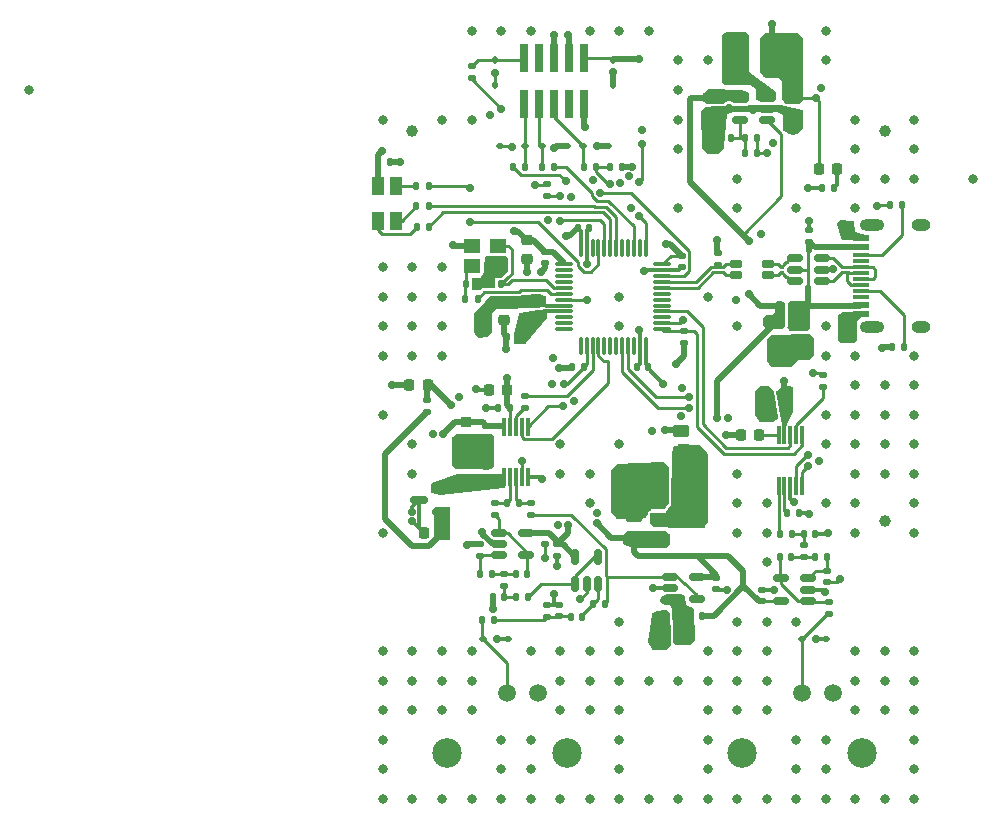
<source format=gbr>
%TF.GenerationSoftware,KiCad,Pcbnew,7.0.8*%
%TF.CreationDate,2023-11-11T20:00:54-08:00*%
%TF.ProjectId,Nemesis-MixSigPCB,4e656d65-7369-4732-9d4d-697853696750,rev?*%
%TF.SameCoordinates,Original*%
%TF.FileFunction,Copper,L1,Top*%
%TF.FilePolarity,Positive*%
%FSLAX46Y46*%
G04 Gerber Fmt 4.6, Leading zero omitted, Abs format (unit mm)*
G04 Created by KiCad (PCBNEW 7.0.8) date 2023-11-11 20:00:54*
%MOMM*%
%LPD*%
G01*
G04 APERTURE LIST*
G04 Aperture macros list*
%AMRoundRect*
0 Rectangle with rounded corners*
0 $1 Rounding radius*
0 $2 $3 $4 $5 $6 $7 $8 $9 X,Y pos of 4 corners*
0 Add a 4 corners polygon primitive as box body*
4,1,4,$2,$3,$4,$5,$6,$7,$8,$9,$2,$3,0*
0 Add four circle primitives for the rounded corners*
1,1,$1+$1,$2,$3*
1,1,$1+$1,$4,$5*
1,1,$1+$1,$6,$7*
1,1,$1+$1,$8,$9*
0 Add four rect primitives between the rounded corners*
20,1,$1+$1,$2,$3,$4,$5,0*
20,1,$1+$1,$4,$5,$6,$7,0*
20,1,$1+$1,$6,$7,$8,$9,0*
20,1,$1+$1,$8,$9,$2,$3,0*%
%AMFreePoly0*
4,1,9,3.862500,-0.866500,0.737500,-0.866500,0.737500,-0.450000,-0.737500,-0.450000,-0.737500,0.450000,0.737500,0.450000,0.737500,0.866500,3.862500,0.866500,3.862500,-0.866500,3.862500,-0.866500,$1*%
G04 Aperture macros list end*
%TA.AperFunction,SMDPad,CuDef*%
%ADD10RoundRect,0.140000X0.170000X-0.140000X0.170000X0.140000X-0.170000X0.140000X-0.170000X-0.140000X0*%
%TD*%
%TA.AperFunction,SMDPad,CuDef*%
%ADD11RoundRect,0.135000X-0.135000X-0.185000X0.135000X-0.185000X0.135000X0.185000X-0.135000X0.185000X0*%
%TD*%
%TA.AperFunction,SMDPad,CuDef*%
%ADD12RoundRect,0.140000X0.140000X0.170000X-0.140000X0.170000X-0.140000X-0.170000X0.140000X-0.170000X0*%
%TD*%
%TA.AperFunction,SMDPad,CuDef*%
%ADD13RoundRect,0.135000X0.135000X0.185000X-0.135000X0.185000X-0.135000X-0.185000X0.135000X-0.185000X0*%
%TD*%
%TA.AperFunction,SMDPad,CuDef*%
%ADD14RoundRect,0.112500X-0.187500X-0.112500X0.187500X-0.112500X0.187500X0.112500X-0.187500X0.112500X0*%
%TD*%
%TA.AperFunction,SMDPad,CuDef*%
%ADD15R,1.400000X1.200000*%
%TD*%
%TA.AperFunction,SMDPad,CuDef*%
%ADD16RoundRect,0.225000X-0.250000X0.225000X-0.250000X-0.225000X0.250000X-0.225000X0.250000X0.225000X0*%
%TD*%
%TA.AperFunction,SMDPad,CuDef*%
%ADD17RoundRect,0.112500X-0.112500X0.187500X-0.112500X-0.187500X0.112500X-0.187500X0.112500X0.187500X0*%
%TD*%
%TA.AperFunction,SMDPad,CuDef*%
%ADD18RoundRect,0.147500X0.147500X0.172500X-0.147500X0.172500X-0.147500X-0.172500X0.147500X-0.172500X0*%
%TD*%
%TA.AperFunction,SMDPad,CuDef*%
%ADD19RoundRect,0.250000X-0.475000X0.250000X-0.475000X-0.250000X0.475000X-0.250000X0.475000X0.250000X0*%
%TD*%
%TA.AperFunction,SMDPad,CuDef*%
%ADD20RoundRect,0.135000X-0.185000X0.135000X-0.185000X-0.135000X0.185000X-0.135000X0.185000X0.135000X0*%
%TD*%
%TA.AperFunction,SMDPad,CuDef*%
%ADD21C,1.000000*%
%TD*%
%TA.AperFunction,SMDPad,CuDef*%
%ADD22RoundRect,0.250000X0.450000X-0.262500X0.450000X0.262500X-0.450000X0.262500X-0.450000X-0.262500X0*%
%TD*%
%TA.AperFunction,SMDPad,CuDef*%
%ADD23RoundRect,0.225000X0.250000X-0.225000X0.250000X0.225000X-0.250000X0.225000X-0.250000X-0.225000X0*%
%TD*%
%TA.AperFunction,SMDPad,CuDef*%
%ADD24RoundRect,0.135000X0.185000X-0.135000X0.185000X0.135000X-0.185000X0.135000X-0.185000X-0.135000X0*%
%TD*%
%TA.AperFunction,SMDPad,CuDef*%
%ADD25RoundRect,0.250000X0.250000X0.475000X-0.250000X0.475000X-0.250000X-0.475000X0.250000X-0.475000X0*%
%TD*%
%TA.AperFunction,SMDPad,CuDef*%
%ADD26RoundRect,0.225000X0.225000X0.250000X-0.225000X0.250000X-0.225000X-0.250000X0.225000X-0.250000X0*%
%TD*%
%TA.AperFunction,SMDPad,CuDef*%
%ADD27RoundRect,0.140000X-0.170000X0.140000X-0.170000X-0.140000X0.170000X-0.140000X0.170000X0.140000X0*%
%TD*%
%TA.AperFunction,SMDPad,CuDef*%
%ADD28R,1.450000X0.600000*%
%TD*%
%TA.AperFunction,SMDPad,CuDef*%
%ADD29R,1.450000X0.300000*%
%TD*%
%TA.AperFunction,ComponentPad*%
%ADD30O,2.100000X1.000000*%
%TD*%
%TA.AperFunction,ComponentPad*%
%ADD31O,1.600000X1.000000*%
%TD*%
%TA.AperFunction,SMDPad,CuDef*%
%ADD32RoundRect,0.140000X-0.140000X-0.170000X0.140000X-0.170000X0.140000X0.170000X-0.140000X0.170000X0*%
%TD*%
%TA.AperFunction,ComponentPad*%
%ADD33C,1.500000*%
%TD*%
%TA.AperFunction,ComponentPad*%
%ADD34C,2.500000*%
%TD*%
%TA.AperFunction,SMDPad,CuDef*%
%ADD35RoundRect,0.150000X0.512500X0.150000X-0.512500X0.150000X-0.512500X-0.150000X0.512500X-0.150000X0*%
%TD*%
%TA.AperFunction,SMDPad,CuDef*%
%ADD36RoundRect,0.218750X0.218750X0.256250X-0.218750X0.256250X-0.218750X-0.256250X0.218750X-0.256250X0*%
%TD*%
%TA.AperFunction,SMDPad,CuDef*%
%ADD37RoundRect,0.250000X0.475000X-0.250000X0.475000X0.250000X-0.475000X0.250000X-0.475000X-0.250000X0*%
%TD*%
%TA.AperFunction,SMDPad,CuDef*%
%ADD38RoundRect,0.150000X0.150000X-0.512500X0.150000X0.512500X-0.150000X0.512500X-0.150000X-0.512500X0*%
%TD*%
%TA.AperFunction,SMDPad,CuDef*%
%ADD39RoundRect,0.120000X-0.430000X-0.180000X0.430000X-0.180000X0.430000X0.180000X-0.430000X0.180000X0*%
%TD*%
%TA.AperFunction,SMDPad,CuDef*%
%ADD40RoundRect,0.011200X0.128800X-0.723800X0.128800X0.723800X-0.128800X0.723800X-0.128800X-0.723800X0*%
%TD*%
%TA.AperFunction,SMDPad,CuDef*%
%ADD41R,1.100000X1.500000*%
%TD*%
%TA.AperFunction,SMDPad,CuDef*%
%ADD42RoundRect,0.112500X0.187500X0.112500X-0.187500X0.112500X-0.187500X-0.112500X0.187500X-0.112500X0*%
%TD*%
%TA.AperFunction,SMDPad,CuDef*%
%ADD43R,0.740000X2.400000*%
%TD*%
%TA.AperFunction,SMDPad,CuDef*%
%ADD44RoundRect,0.150000X0.587500X0.150000X-0.587500X0.150000X-0.587500X-0.150000X0.587500X-0.150000X0*%
%TD*%
%TA.AperFunction,SMDPad,CuDef*%
%ADD45R,1.300000X0.900000*%
%TD*%
%TA.AperFunction,SMDPad,CuDef*%
%ADD46FreePoly0,0.000000*%
%TD*%
%TA.AperFunction,SMDPad,CuDef*%
%ADD47RoundRect,0.150000X-0.512500X-0.150000X0.512500X-0.150000X0.512500X0.150000X-0.512500X0.150000X0*%
%TD*%
%TA.AperFunction,SMDPad,CuDef*%
%ADD48RoundRect,0.075000X-0.662500X-0.075000X0.662500X-0.075000X0.662500X0.075000X-0.662500X0.075000X0*%
%TD*%
%TA.AperFunction,SMDPad,CuDef*%
%ADD49RoundRect,0.075000X-0.075000X-0.662500X0.075000X-0.662500X0.075000X0.662500X-0.075000X0.662500X0*%
%TD*%
%TA.AperFunction,SMDPad,CuDef*%
%ADD50R,1.500000X3.600000*%
%TD*%
%TA.AperFunction,ViaPad*%
%ADD51C,0.800000*%
%TD*%
%TA.AperFunction,ViaPad*%
%ADD52C,0.700000*%
%TD*%
%TA.AperFunction,Conductor*%
%ADD53C,0.293370*%
%TD*%
%TA.AperFunction,Conductor*%
%ADD54C,0.500000*%
%TD*%
%TA.AperFunction,Conductor*%
%ADD55C,0.300000*%
%TD*%
%TA.AperFunction,Conductor*%
%ADD56C,0.261120*%
%TD*%
%TA.AperFunction,Conductor*%
%ADD57C,0.261112*%
%TD*%
G04 APERTURE END LIST*
D10*
%TO.P,C300,1*%
%TO.N,/ADC/IN_RF*%
X82400000Y-152070000D03*
%TO.P,C300,2*%
%TO.N,GND*%
X82400000Y-151110000D03*
%TD*%
D11*
%TO.P,R101,1*%
%TO.N,/Power/BUCK_FB*%
X98190000Y-111600000D03*
%TO.P,R101,2*%
%TO.N,+3V3*%
X99210000Y-111600000D03*
%TD*%
D12*
%TO.P,C405,1*%
%TO.N,Net-(C405-Pad1)*%
X102072500Y-147050000D03*
%TO.P,C405,2*%
%TO.N,/DAC/OUT_AA_BUF_OUT*%
X101112500Y-147050000D03*
%TD*%
D11*
%TO.P,R210,1*%
%TO.N,/MCU/SWDIO*%
X78490000Y-114010000D03*
%TO.P,R210,2*%
%TO.N,/MCU/CONN_SWDIO*%
X79510000Y-114010000D03*
%TD*%
D13*
%TO.P,R212,1*%
%TO.N,/MCU/SWO*%
X82010000Y-114010000D03*
%TO.P,R212,2*%
%TO.N,/MCU/CONN_SWO*%
X80990000Y-114010000D03*
%TD*%
D14*
%TO.P,D205,1,A1*%
%TO.N,/MCU/CONN_NRST*%
X84450000Y-112260000D03*
%TO.P,D205,2,A2*%
%TO.N,GND*%
X86550000Y-112260000D03*
%TD*%
D11*
%TO.P,R303,1*%
%TO.N,Net-(C303-Pad1)*%
X78740000Y-150450000D03*
%TO.P,R303,2*%
%TO.N,/ADC/IN_BUF_OUT*%
X79760000Y-150450000D03*
%TD*%
D12*
%TO.P,C301,1*%
%TO.N,/ADC/IN_BUF*%
X84380000Y-152090000D03*
%TO.P,C301,2*%
%TO.N,/ADC/IN_RF*%
X83420000Y-152090000D03*
%TD*%
D15*
%TO.P,Y200,1,1*%
%TO.N,/MCU/HSE_IN*%
X77250000Y-120712500D03*
%TO.P,Y200,2,2*%
%TO.N,GND*%
X75050000Y-120712500D03*
%TO.P,Y200,3,3*%
%TO.N,/MCU/XTAL_IN*%
X75050000Y-122412500D03*
%TO.P,Y200,4,4*%
%TO.N,GND*%
X77250000Y-122412500D03*
%TD*%
D16*
%TO.P,C101,1*%
%TO.N,+5V*%
X100705000Y-127225000D03*
%TO.P,C101,2*%
%TO.N,GND*%
X100705000Y-128775000D03*
%TD*%
D17*
%TO.P,D201,1,A1*%
%TO.N,+3V3*%
X87000000Y-104950000D03*
%TO.P,D201,2,A2*%
%TO.N,GND*%
X87000000Y-107050000D03*
%TD*%
D18*
%TO.P,L100,1,1*%
%TO.N,VBUS*%
X102190000Y-125750000D03*
%TO.P,L100,2,2*%
%TO.N,+5V*%
X101220000Y-125750000D03*
%TD*%
D19*
%TO.P,C105,1*%
%TO.N,+3V3*%
X102150000Y-108150000D03*
%TO.P,C105,2*%
%TO.N,GND*%
X102150000Y-110050000D03*
%TD*%
D20*
%TO.P,R309,1*%
%TO.N,SPI1_SCK*%
X79500000Y-133390000D03*
%TO.P,R309,2*%
%TO.N,/ADC/ADC_SCLK*%
X79500000Y-134410000D03*
%TD*%
D11*
%TO.P,R305,1*%
%TO.N,/ADC/IN_AA_BUF_IN*%
X75740000Y-148450000D03*
%TO.P,R305,2*%
%TO.N,Net-(C305-Pad1)*%
X76760000Y-148450000D03*
%TD*%
D21*
%TO.P,FID2,*%
%TO.N,*%
X110000000Y-111000000D03*
%TD*%
D22*
%TO.P,R100,1*%
%TO.N,/Power/+5V_FILT*%
X92750000Y-138162500D03*
%TO.P,R100,2*%
%TO.N,+5V*%
X92750000Y-136337500D03*
%TD*%
D23*
%TO.P,C207,1*%
%TO.N,+3V3*%
X77750000Y-126937500D03*
%TO.P,C207,2*%
%TO.N,GND*%
X77750000Y-125387500D03*
%TD*%
D13*
%TO.P,R404,1*%
%TO.N,/DAC/OUT_AA_BUF_IN*%
X105122500Y-147050000D03*
%TO.P,R404,2*%
%TO.N,Net-(C405-Pad1)*%
X104102500Y-147050000D03*
%TD*%
D24*
%TO.P,R211,1*%
%TO.N,/MCU/SWCLK*%
X75000000Y-106510000D03*
%TO.P,R211,2*%
%TO.N,/MCU/CONN_SWCLK*%
X75000000Y-105490000D03*
%TD*%
D25*
%TO.P,C107,1*%
%TO.N,/Power/VREF*%
X92550000Y-153700000D03*
%TO.P,C107,2*%
%TO.N,GND*%
X90650000Y-153700000D03*
%TD*%
D26*
%TO.P,C400,1*%
%TO.N,+3V3*%
X101500000Y-133350000D03*
%TO.P,C400,2*%
%TO.N,GND*%
X99950000Y-133350000D03*
%TD*%
%TO.P,C309,1*%
%TO.N,/ADC/ADC_VREF_VIN*%
X72525000Y-145000000D03*
%TO.P,C309,2*%
%TO.N,GND*%
X70975000Y-145000000D03*
%TD*%
D14*
%TO.P,D300,1,A1*%
%TO.N,/ADC/IN*%
X75950000Y-154000000D03*
%TO.P,D300,2,A2*%
%TO.N,GND*%
X78050000Y-154000000D03*
%TD*%
D27*
%TO.P,C108,1*%
%TO.N,+3.3VA*%
X95740000Y-148790000D03*
%TO.P,C108,2*%
%TO.N,GND*%
X95740000Y-149750000D03*
%TD*%
D21*
%TO.P,FID3,*%
%TO.N,*%
X110000000Y-144000000D03*
%TD*%
D27*
%TO.P,C404,1*%
%TO.N,/DAC/OUT_AA_BUF_IN*%
X105100000Y-148220000D03*
%TO.P,C404,2*%
%TO.N,GND*%
X105100000Y-149180000D03*
%TD*%
D28*
%TO.P,J200,A1,GND*%
%TO.N,GND*%
X107955000Y-126500000D03*
%TO.P,J200,A4,VBUS*%
%TO.N,VBUS*%
X107955000Y-125700000D03*
D29*
%TO.P,J200,A5,CC1*%
%TO.N,/MCU/USB_CONN_CC1*%
X107955000Y-124500000D03*
%TO.P,J200,A6,D+*%
%TO.N,/MCU/USB_CONN_D+*%
X107955000Y-123500000D03*
%TO.P,J200,A7,D-*%
%TO.N,/MCU/USB_CONN_D-*%
X107955000Y-123000000D03*
%TO.P,J200,A8,SBU1*%
%TO.N,unconnected-(J200-SBU1-PadA8)*%
X107955000Y-122000000D03*
D28*
%TO.P,J200,A9,VBUS*%
%TO.N,VBUS*%
X107955000Y-120800000D03*
%TO.P,J200,A12,GND*%
%TO.N,GND*%
X107955000Y-120000000D03*
%TO.P,J200,B1,GND*%
X107955000Y-120000000D03*
%TO.P,J200,B4,VBUS*%
%TO.N,VBUS*%
X107955000Y-120800000D03*
D29*
%TO.P,J200,B5,CC2*%
%TO.N,/MCU/USB_CONN_CC2*%
X107955000Y-121500000D03*
%TO.P,J200,B6,D+*%
%TO.N,/MCU/USB_CONN_D+*%
X107955000Y-122500000D03*
%TO.P,J200,B7,D-*%
%TO.N,/MCU/USB_CONN_D-*%
X107955000Y-124000000D03*
%TO.P,J200,B8,SBU2*%
%TO.N,unconnected-(J200-SBU2-PadB8)*%
X107955000Y-125000000D03*
D28*
%TO.P,J200,B9,VBUS*%
%TO.N,VBUS*%
X107955000Y-125700000D03*
%TO.P,J200,B12,GND*%
%TO.N,GND*%
X107955000Y-126500000D03*
D30*
%TO.P,J200,S1,SHIELD*%
%TO.N,unconnected-(J200-SHIELD-PadS1)*%
X108870000Y-127570000D03*
D31*
X113050000Y-127570000D03*
D30*
X108870000Y-118930000D03*
D31*
X113050000Y-118930000D03*
%TD*%
D16*
%TO.P,C312,1*%
%TO.N,+3.3VA*%
X74500000Y-135625000D03*
%TO.P,C312,2*%
%TO.N,GND*%
X74500000Y-137175000D03*
%TD*%
D23*
%TO.P,C310,1*%
%TO.N,/ADC/ADC_VREF*%
X74500000Y-140675000D03*
%TO.P,C310,2*%
%TO.N,GND*%
X74500000Y-139125000D03*
%TD*%
D32*
%TO.P,C403,1*%
%TO.N,Net-(C403-Pad1)*%
X103132500Y-145050000D03*
%TO.P,C403,2*%
%TO.N,GND*%
X104092500Y-145050000D03*
%TD*%
D20*
%TO.P,R400,1*%
%TO.N,SPI2_SCK*%
X104800000Y-131590000D03*
%TO.P,R400,2*%
%TO.N,/DAC/DAC_SCLK*%
X104800000Y-132610000D03*
%TD*%
D18*
%TO.P,L200,1,1*%
%TO.N,VDDA*%
X79000000Y-128412500D03*
%TO.P,L200,2,2*%
%TO.N,+3V3*%
X78030000Y-128412500D03*
%TD*%
D32*
%TO.P,C204,1*%
%TO.N,+3V3*%
X84000000Y-119162500D03*
%TO.P,C204,2*%
%TO.N,GND*%
X84960000Y-119162500D03*
%TD*%
D24*
%TO.P,R202,1*%
%TO.N,+3V3*%
X93000000Y-128922500D03*
%TO.P,R202,2*%
%TO.N,SPI2_NSS*%
X93000000Y-127902500D03*
%TD*%
D26*
%TO.P,C315,1*%
%TO.N,+3V3*%
X78025000Y-132900000D03*
%TO.P,C315,2*%
%TO.N,GND*%
X76475000Y-132900000D03*
%TD*%
D27*
%TO.P,C201,1*%
%TO.N,+3V3*%
X81200000Y-121220000D03*
%TO.P,C201,2*%
%TO.N,GND*%
X81200000Y-122180000D03*
%TD*%
D20*
%TO.P,R304,1*%
%TO.N,Net-(C305-Pad1)*%
X77750000Y-148440000D03*
%TO.P,R304,2*%
%TO.N,Net-(C303-Pad1)*%
X77750000Y-149460000D03*
%TD*%
D33*
%TO.P,J400,1,In*%
%TO.N,/DAC/OUT*%
X103000000Y-158560000D03*
D34*
%TO.P,J400,2,Ext*%
%TO.N,GND*%
X108080000Y-163640000D03*
D33*
X105600000Y-158560000D03*
D34*
X97920000Y-163640000D03*
%TD*%
D12*
%TO.P,C106,1*%
%TO.N,+3V3*%
X99130000Y-112850000D03*
%TO.P,C106,2*%
%TO.N,/Power/BUCK_FB*%
X98170000Y-112850000D03*
%TD*%
D13*
%TO.P,R206,1*%
%TO.N,/MCU/USB_CONN_CC2*%
X111440000Y-117260000D03*
%TO.P,R206,2*%
%TO.N,GND*%
X110420000Y-117260000D03*
%TD*%
D12*
%TO.P,C303,1*%
%TO.N,Net-(C303-Pad1)*%
X77750000Y-150450000D03*
%TO.P,C303,2*%
%TO.N,GND*%
X76790000Y-150450000D03*
%TD*%
D35*
%TO.P,U201,1,I/O1*%
%TO.N,/MCU/USB_CONN_D-*%
X104637500Y-123650000D03*
%TO.P,U201,2,GND*%
%TO.N,GND*%
X104637500Y-122700000D03*
%TO.P,U201,3,I/O2*%
%TO.N,/MCU/USB_CONN_D+*%
X104637500Y-121750000D03*
%TO.P,U201,4,I/O2*%
%TO.N,/MCU/USB_CMC_D+*%
X102362500Y-121750000D03*
%TO.P,U201,5,VBUS*%
%TO.N,VBUS*%
X102362500Y-122700000D03*
%TO.P,U201,6,I/O1*%
%TO.N,/MCU/USB_CMC_D-*%
X102362500Y-123650000D03*
%TD*%
D33*
%TO.P,J300,1,In*%
%TO.N,/ADC/IN*%
X78000000Y-158560000D03*
D34*
%TO.P,J300,2,Ext*%
%TO.N,GND*%
X83080000Y-163640000D03*
D33*
X80600000Y-158560000D03*
D34*
X72920000Y-163640000D03*
%TD*%
D32*
%TO.P,C305,1*%
%TO.N,Net-(C305-Pad1)*%
X78770000Y-148450000D03*
%TO.P,C305,2*%
%TO.N,/ADC/IN_AA_BUF_OUT*%
X79730000Y-148450000D03*
%TD*%
D36*
%TO.P,D100,1,K*%
%TO.N,/Power/LED_PWR_K*%
X105987500Y-114200000D03*
%TO.P,D100,2,A*%
%TO.N,+3V3*%
X104412500Y-114200000D03*
%TD*%
D13*
%TO.P,R201,1*%
%TO.N,/MCU/HSE_OUT*%
X75510000Y-125162500D03*
%TO.P,R201,2*%
%TO.N,/MCU/XTAL_IN*%
X74490000Y-125162500D03*
%TD*%
D11*
%TO.P,R103,1*%
%TO.N,GND*%
X104690000Y-115800000D03*
%TO.P,R103,2*%
%TO.N,/Power/LED_PWR_K*%
X105710000Y-115800000D03*
%TD*%
D16*
%TO.P,C200,1*%
%TO.N,+3V3*%
X79700000Y-120225000D03*
%TO.P,C200,2*%
%TO.N,GND*%
X79700000Y-121775000D03*
%TD*%
D17*
%TO.P,D203,1,A1*%
%TO.N,/MCU/CONN_SWCLK*%
X77000000Y-104950000D03*
%TO.P,D203,2,A2*%
%TO.N,GND*%
X77000000Y-107050000D03*
%TD*%
D13*
%TO.P,R300,1*%
%TO.N,/ADC/IN_RF*%
X76910000Y-152400000D03*
%TO.P,R300,2*%
%TO.N,/ADC/IN*%
X75890000Y-152400000D03*
%TD*%
D35*
%TO.P,U101,1,EN*%
%TO.N,+5V*%
X100037500Y-110050000D03*
%TO.P,U101,2,GND*%
%TO.N,GND*%
X100037500Y-109100000D03*
%TO.P,U101,3,SW*%
%TO.N,/Power/BUCK_SW*%
X100037500Y-108150000D03*
%TO.P,U101,4,VIN*%
%TO.N,+5V*%
X97762500Y-108150000D03*
%TO.P,U101,5,FB*%
%TO.N,/Power/BUCK_FB*%
X97762500Y-110050000D03*
%TD*%
D27*
%TO.P,C306,1*%
%TO.N,+3.3VA*%
X81250000Y-144970000D03*
%TO.P,C306,2*%
%TO.N,GND*%
X81250000Y-145930000D03*
%TD*%
D13*
%TO.P,R208,1*%
%TO.N,/MCU/TIM4_CH1*%
X71360000Y-117350000D03*
%TO.P,R208,2*%
%TO.N,/MCU/LED_G_K*%
X70340000Y-117350000D03*
%TD*%
D25*
%TO.P,C102,1*%
%TO.N,/Power/+5V_FILT*%
X92950000Y-140000000D03*
%TO.P,C102,2*%
%TO.N,GND*%
X91050000Y-140000000D03*
%TD*%
D32*
%TO.P,C212,1*%
%TO.N,/MCU/NRST*%
X86750000Y-114010000D03*
%TO.P,C212,2*%
%TO.N,GND*%
X87710000Y-114010000D03*
%TD*%
D13*
%TO.P,R213,1*%
%TO.N,/MCU/NRST*%
X85520000Y-114010000D03*
%TO.P,R213,2*%
%TO.N,/MCU/CONN_NRST*%
X84500000Y-114010000D03*
%TD*%
D32*
%TO.P,C307,1*%
%TO.N,/ADC/ADC_IN+*%
X78020000Y-142450000D03*
%TO.P,C307,2*%
%TO.N,/ADC/ADC_IN-*%
X78980000Y-142450000D03*
%TD*%
D23*
%TO.P,C206,1*%
%TO.N,VDDA*%
X79500000Y-126912500D03*
%TO.P,C206,2*%
%TO.N,GND*%
X79500000Y-125362500D03*
%TD*%
D20*
%TO.P,R306,1*%
%TO.N,/ADC/ADC_IN+*%
X77000000Y-142450000D03*
%TO.P,R306,2*%
%TO.N,/ADC/IN_AA_BUF_OUT*%
X77000000Y-143470000D03*
%TD*%
D12*
%TO.P,C401,1*%
%TO.N,+3V3*%
X101480000Y-134850000D03*
%TO.P,C401,2*%
%TO.N,GND*%
X100520000Y-134850000D03*
%TD*%
D11*
%TO.P,R401,1*%
%TO.N,/DAC/DAC_OUT_B*%
X101730000Y-143350000D03*
%TO.P,R401,2*%
%TO.N,GND*%
X102750000Y-143350000D03*
%TD*%
D10*
%TO.P,C406,1*%
%TO.N,+3.3VA*%
X99612500Y-150760000D03*
%TO.P,C406,2*%
%TO.N,GND*%
X99612500Y-149800000D03*
%TD*%
%TO.P,C210,1*%
%TO.N,VBUS*%
X103590000Y-120340000D03*
%TO.P,C210,2*%
%TO.N,GND*%
X103590000Y-119380000D03*
%TD*%
D37*
%TO.P,C103,1*%
%TO.N,+3.3VA*%
X88750000Y-145450000D03*
%TO.P,C103,2*%
%TO.N,GND*%
X88750000Y-143550000D03*
%TD*%
D24*
%TO.P,R403,1*%
%TO.N,Net-(C405-Pad1)*%
X103112500Y-147060000D03*
%TO.P,R403,2*%
%TO.N,Net-(C403-Pad1)*%
X103112500Y-146040000D03*
%TD*%
D19*
%TO.P,C104,1*%
%TO.N,+5V*%
X95650000Y-108150000D03*
%TO.P,C104,2*%
%TO.N,GND*%
X95650000Y-110050000D03*
%TD*%
D35*
%TO.P,U401,1*%
%TO.N,/DAC/OUT_AA_BUF_OUT*%
X103500000Y-150750000D03*
%TO.P,U401,2,V-*%
%TO.N,GND*%
X103500000Y-149800000D03*
%TO.P,U401,3,+*%
%TO.N,/DAC/OUT_AA_BUF_IN*%
X103500000Y-148850000D03*
%TO.P,U401,4,-*%
%TO.N,/DAC/OUT_AA_BUF_OUT*%
X101225000Y-148850000D03*
%TO.P,U401,5,V+*%
%TO.N,+3.3VA*%
X101225000Y-150750000D03*
%TD*%
D38*
%TO.P,U300,1*%
%TO.N,/ADC/IN_BUF_OUT*%
X83800000Y-149337500D03*
%TO.P,U300,2,V-*%
%TO.N,GND*%
X84750000Y-149337500D03*
%TO.P,U300,3,+*%
%TO.N,/ADC/IN_BUF*%
X85700000Y-149337500D03*
%TO.P,U300,4,-*%
%TO.N,/ADC/IN_BUF_OUT*%
X85700000Y-147062500D03*
%TO.P,U300,5,V+*%
%TO.N,+3.3VA*%
X83800000Y-147062500D03*
%TD*%
D39*
%TO.P,L201,1,1*%
%TO.N,/MCU/USB_CMC_D-*%
X100100000Y-123200000D03*
%TO.P,L201,2,2*%
%TO.N,/MCU/USB_CMC_D+*%
X100100000Y-122200000D03*
%TO.P,L201,3,3*%
%TO.N,/MCU/USB_D+*%
X97400000Y-122200000D03*
%TO.P,L201,4,4*%
%TO.N,/MCU/USB_D-*%
X97400000Y-123200000D03*
%TD*%
D40*
%TO.P,U400,1,VOUT_A*%
%TO.N,/DAC/DAC_OUT_A*%
X101000000Y-141000000D03*
%TO.P,U400,2,VOUT_B*%
%TO.N,/DAC/DAC_OUT_B*%
X101500000Y-141000000D03*
%TO.P,U400,3,GND*%
%TO.N,GND*%
X102000000Y-141000000D03*
%TO.P,U400,4,NLDAC*%
%TO.N,DAC_NLDAC*%
X102500000Y-141000000D03*
%TO.P,U400,5,NCLR*%
%TO.N,DAC_NCLR*%
X103000000Y-141000000D03*
%TO.P,U400,6,NSYNC*%
%TO.N,SPI2_NSS*%
X103000000Y-136700000D03*
%TO.P,U400,7,SCLK*%
%TO.N,/DAC/DAC_SCLK*%
X102500000Y-136700000D03*
%TO.P,U400,8,DIN*%
%TO.N,SPI2_MOSI*%
X102000000Y-136700000D03*
%TO.P,U400,9,AVDD*%
%TO.N,+3V3*%
X101500000Y-136700000D03*
%TO.P,U400,10,VREFIN/VREFOUT*%
%TO.N,/DAC/DAC_VREF*%
X101000000Y-136700000D03*
%TD*%
D41*
%TO.P,D200,1,RK*%
%TO.N,/MCU/LED_R_K*%
X68600000Y-115600000D03*
%TO.P,D200,2,GK*%
%TO.N,/MCU/LED_G_K*%
X68600000Y-118600000D03*
%TO.P,D200,3,BK*%
%TO.N,/MCU/LED_B_K*%
X67100000Y-118600000D03*
%TO.P,D200,4,A*%
%TO.N,+3V3*%
X67100000Y-115600000D03*
%TD*%
D11*
%TO.P,R104,1*%
%TO.N,/Power/VREF*%
X93480000Y-152000000D03*
%TO.P,R104,2*%
%TO.N,+3.3VA*%
X94500000Y-152000000D03*
%TD*%
D27*
%TO.P,C302,1*%
%TO.N,+3.3VA*%
X82250000Y-145970000D03*
%TO.P,C302,2*%
%TO.N,GND*%
X82250000Y-146930000D03*
%TD*%
D12*
%TO.P,C202,1*%
%TO.N,+3V3*%
X89960000Y-130912500D03*
%TO.P,C202,2*%
%TO.N,GND*%
X89000000Y-130912500D03*
%TD*%
D13*
%TO.P,R207,1*%
%TO.N,/MCU/TIM4_CH3*%
X71360000Y-115600000D03*
%TO.P,R207,2*%
%TO.N,/MCU/LED_R_K*%
X70340000Y-115600000D03*
%TD*%
D24*
%TO.P,R405,1*%
%TO.N,/DAC/OUT*%
X105250000Y-151860000D03*
%TO.P,R405,2*%
%TO.N,/DAC/OUT_AA_BUF_OUT*%
X105250000Y-150840000D03*
%TD*%
D16*
%TO.P,C100,1*%
%TO.N,VBUS*%
X102705000Y-127225000D03*
%TO.P,C100,2*%
%TO.N,GND*%
X102705000Y-128775000D03*
%TD*%
D42*
%TO.P,D202,1,A1*%
%TO.N,/MCU/CONN_SWDIO*%
X79550000Y-112260000D03*
%TO.P,D202,2,A2*%
%TO.N,GND*%
X77450000Y-112260000D03*
%TD*%
D12*
%TO.P,C208,1*%
%TO.N,/MCU/HSE_IN*%
X77500000Y-123912500D03*
%TO.P,C208,2*%
%TO.N,GND*%
X76540000Y-123912500D03*
%TD*%
D11*
%TO.P,R203,1*%
%TO.N,+3V3*%
X83540000Y-130912500D03*
%TO.P,R203,2*%
%TO.N,SPI1_NSS*%
X84560000Y-130912500D03*
%TD*%
D32*
%TO.P,C211,1*%
%TO.N,+3V3*%
X67120000Y-113600000D03*
%TO.P,C211,2*%
%TO.N,GND*%
X68080000Y-113600000D03*
%TD*%
D13*
%TO.P,R402,1*%
%TO.N,Net-(C403-Pad1)*%
X102122500Y-145050000D03*
%TO.P,R402,2*%
%TO.N,/DAC/DAC_OUT_A*%
X101102500Y-145050000D03*
%TD*%
D43*
%TO.P,J201,1,Pin_1*%
%TO.N,+3V3*%
X84540000Y-104810000D03*
%TO.P,J201,2,Pin_2*%
%TO.N,GND*%
X84540000Y-108710000D03*
%TO.P,J201,3,Pin_3*%
X83270000Y-104810000D03*
%TO.P,J201,4,Pin_4*%
%TO.N,unconnected-(J201-Pin_4-Pad4)*%
X83270000Y-108710000D03*
%TO.P,J201,5,Pin_5*%
%TO.N,GND*%
X82000000Y-104810000D03*
%TO.P,J201,6,Pin_6*%
%TO.N,/MCU/CONN_NRST*%
X82000000Y-108710000D03*
%TO.P,J201,7,Pin_7*%
%TO.N,unconnected-(J201-Pin_7-Pad7)*%
X80730000Y-104810000D03*
%TO.P,J201,8,Pin_8*%
%TO.N,/MCU/CONN_SWO*%
X80730000Y-108710000D03*
%TO.P,J201,9,Pin_9*%
%TO.N,/MCU/CONN_SWCLK*%
X79460000Y-104810000D03*
%TO.P,J201,10,Pin_10*%
%TO.N,/MCU/CONN_SWDIO*%
X79460000Y-108710000D03*
%TD*%
D20*
%TO.P,R301,1*%
%TO.N,GND*%
X81400000Y-151080000D03*
%TO.P,R301,2*%
%TO.N,/ADC/IN_RF*%
X81400000Y-152100000D03*
%TD*%
D26*
%TO.P,C402,1*%
%TO.N,/DAC/DAC_VREF*%
X99375000Y-136700000D03*
%TO.P,C402,2*%
%TO.N,GND*%
X97825000Y-136700000D03*
%TD*%
D44*
%TO.P,U302,1,IN*%
%TO.N,/ADC/ADC_VREF_VIN*%
X72437500Y-143200000D03*
%TO.P,U302,2,OUT*%
%TO.N,/ADC/ADC_VREF*%
X72437500Y-141300000D03*
%TO.P,U302,3,GND*%
%TO.N,GND*%
X70562500Y-142250000D03*
%TD*%
D11*
%TO.P,R102,1*%
%TO.N,GND*%
X95990000Y-111600000D03*
%TO.P,R102,2*%
%TO.N,/Power/BUCK_FB*%
X97010000Y-111600000D03*
%TD*%
D27*
%TO.P,C313,1*%
%TO.N,+3.3VA*%
X76250000Y-135940000D03*
%TO.P,C313,2*%
%TO.N,GND*%
X76250000Y-136900000D03*
%TD*%
D20*
%TO.P,R204,1*%
%TO.N,+3V3*%
X95840000Y-121310000D03*
%TO.P,R204,2*%
%TO.N,/MCU/USB_D+*%
X95840000Y-122330000D03*
%TD*%
D13*
%TO.P,R209,1*%
%TO.N,/MCU/TIM4_CH2*%
X71370000Y-119100000D03*
%TO.P,R209,2*%
%TO.N,/MCU/LED_B_K*%
X70350000Y-119100000D03*
%TD*%
D12*
%TO.P,C314,1*%
%TO.N,+3V3*%
X78230000Y-134400000D03*
%TO.P,C314,2*%
%TO.N,GND*%
X77270000Y-134400000D03*
%TD*%
D32*
%TO.P,C209,1*%
%TO.N,/MCU/XTAL_IN*%
X74520000Y-123912500D03*
%TO.P,C209,2*%
%TO.N,GND*%
X75480000Y-123912500D03*
%TD*%
D40*
%TO.P,U303,1,VREF*%
%TO.N,/ADC/ADC_VREF*%
X77750000Y-140300000D03*
%TO.P,U303,2,+IN*%
%TO.N,/ADC/ADC_IN+*%
X78250000Y-140300000D03*
%TO.P,U303,3,-IN*%
%TO.N,/ADC/ADC_IN-*%
X78750000Y-140300000D03*
%TO.P,U303,4,GND*%
%TO.N,GND*%
X79250000Y-140300000D03*
%TO.P,U303,5,GND*%
X79750000Y-140300000D03*
%TO.P,U303,6,NCS*%
%TO.N,SPI1_NSS*%
X79750000Y-136000000D03*
%TO.P,U303,7,DOUT*%
%TO.N,SPI1_MISO*%
X79250000Y-136000000D03*
%TO.P,U303,8,SCLK*%
%TO.N,/ADC/ADC_SCLK*%
X78750000Y-136000000D03*
%TO.P,U303,9,VIO*%
%TO.N,+3V3*%
X78250000Y-136000000D03*
%TO.P,U303,10,VA*%
%TO.N,+3.3VA*%
X77750000Y-136000000D03*
%TD*%
D10*
%TO.P,C304,1*%
%TO.N,/ADC/IN_AA_BUF_IN*%
X75750000Y-146930000D03*
%TO.P,C304,2*%
%TO.N,GND*%
X75750000Y-145970000D03*
%TD*%
D24*
%TO.P,R308,1*%
%TO.N,/ADC/ADC_VREF_VIN*%
X71250000Y-134760000D03*
%TO.P,R308,2*%
%TO.N,+5V*%
X71250000Y-133740000D03*
%TD*%
D13*
%TO.P,R205,1*%
%TO.N,/MCU/USB_CONN_CC1*%
X111610000Y-129280000D03*
%TO.P,R205,2*%
%TO.N,GND*%
X110590000Y-129280000D03*
%TD*%
D20*
%TO.P,R307,1*%
%TO.N,/ADC/ADC_IN-*%
X80000000Y-142440000D03*
%TO.P,R307,2*%
%TO.N,VCOM*%
X80000000Y-143460000D03*
%TD*%
D45*
%TO.P,U100,1,GND*%
%TO.N,GND*%
X90800000Y-142250000D03*
D46*
%TO.P,U100,2,VIN*%
%TO.N,/Power/+5V_FILT*%
X90887500Y-143750000D03*
D45*
%TO.P,U100,3,VOUT*%
%TO.N,+3.3VA*%
X90800000Y-145250000D03*
%TD*%
D47*
%TO.P,U102,1*%
%TO.N,VCOM*%
X91775000Y-148700000D03*
%TO.P,U102,2,V-*%
%TO.N,GND*%
X91775000Y-149650000D03*
%TO.P,U102,3,+*%
%TO.N,/Power/VREF*%
X91775000Y-150600000D03*
%TO.P,U102,4,-*%
%TO.N,VCOM*%
X94050000Y-150600000D03*
%TO.P,U102,5,V+*%
%TO.N,+3.3VA*%
X94050000Y-148700000D03*
%TD*%
D11*
%TO.P,R302,1*%
%TO.N,/ADC/IN_BUF*%
X85290000Y-151000000D03*
%TO.P,R302,2*%
%TO.N,VCOM*%
X86310000Y-151000000D03*
%TD*%
D47*
%TO.P,U301,1*%
%TO.N,/ADC/IN_AA_BUF_OUT*%
X77362500Y-145000000D03*
%TO.P,U301,2,V-*%
%TO.N,GND*%
X77362500Y-145950000D03*
%TO.P,U301,3,+*%
%TO.N,/ADC/IN_AA_BUF_IN*%
X77362500Y-146900000D03*
%TO.P,U301,4,-*%
%TO.N,/ADC/IN_AA_BUF_OUT*%
X79637500Y-146900000D03*
%TO.P,U301,5,V+*%
%TO.N,+3.3VA*%
X79637500Y-145000000D03*
%TD*%
D24*
%TO.P,R200,1*%
%TO.N,/MCU/BOOT0*%
X81400000Y-116510000D03*
%TO.P,R200,2*%
%TO.N,GND*%
X81400000Y-115490000D03*
%TD*%
D27*
%TO.P,C203,1*%
%TO.N,+3V3*%
X92800000Y-121520000D03*
%TO.P,C203,2*%
%TO.N,GND*%
X92800000Y-122480000D03*
%TD*%
D10*
%TO.P,C205,1*%
%TO.N,VDDA*%
X81000000Y-126392500D03*
%TO.P,C205,2*%
%TO.N,GND*%
X81000000Y-125432500D03*
%TD*%
D14*
%TO.P,D400,1,A1*%
%TO.N,/DAC/OUT*%
X102950000Y-154000000D03*
%TO.P,D400,2,A2*%
%TO.N,GND*%
X105050000Y-154000000D03*
%TD*%
D48*
%TO.P,U200,1,VBAT*%
%TO.N,+3V3*%
X82837500Y-122250000D03*
%TO.P,U200,2,PC13*%
%TO.N,unconnected-(U200-PC13-Pad2)*%
X82837500Y-122750000D03*
%TO.P,U200,3,PC14*%
%TO.N,unconnected-(U200-PC14-Pad3)*%
X82837500Y-123250000D03*
%TO.P,U200,4,PC15*%
%TO.N,unconnected-(U200-PC15-Pad4)*%
X82837500Y-123750000D03*
%TO.P,U200,5,PD0*%
%TO.N,/MCU/HSE_IN*%
X82837500Y-124250000D03*
%TO.P,U200,6,PD1*%
%TO.N,/MCU/HSE_OUT*%
X82837500Y-124750000D03*
%TO.P,U200,7,NRST*%
%TO.N,/MCU/NRST*%
X82837500Y-125250000D03*
%TO.P,U200,8,VSSA*%
%TO.N,GND*%
X82837500Y-125750000D03*
%TO.P,U200,9,VDDA*%
%TO.N,VDDA*%
X82837500Y-126250000D03*
%TO.P,U200,10,PA0*%
%TO.N,unconnected-(U200-PA0-Pad10)*%
X82837500Y-126750000D03*
%TO.P,U200,11,PA1*%
%TO.N,unconnected-(U200-PA1-Pad11)*%
X82837500Y-127250000D03*
%TO.P,U200,12,PA2*%
%TO.N,unconnected-(U200-PA2-Pad12)*%
X82837500Y-127750000D03*
D49*
%TO.P,U200,13,PA3*%
%TO.N,unconnected-(U200-PA3-Pad13)*%
X84250000Y-129162500D03*
%TO.P,U200,14,PA4*%
%TO.N,SPI1_NSS*%
X84750000Y-129162500D03*
%TO.P,U200,15,PA5*%
%TO.N,SPI1_SCK*%
X85250000Y-129162500D03*
%TO.P,U200,16,PA6*%
%TO.N,SPI1_MISO*%
X85750000Y-129162500D03*
%TO.P,U200,17,PA7*%
%TO.N,unconnected-(U200-PA7-Pad17)*%
X86250000Y-129162500D03*
%TO.P,U200,18,PB0*%
%TO.N,unconnected-(U200-PB0-Pad18)*%
X86750000Y-129162500D03*
%TO.P,U200,19,PB1*%
%TO.N,unconnected-(U200-PB1-Pad19)*%
X87250000Y-129162500D03*
%TO.P,U200,20,PB2*%
%TO.N,DAC_NCLR*%
X87750000Y-129162500D03*
%TO.P,U200,21,PB10*%
%TO.N,DAC_NLDAC*%
X88250000Y-129162500D03*
%TO.P,U200,22,PB11*%
%TO.N,unconnected-(U200-PB11-Pad22)*%
X88750000Y-129162500D03*
%TO.P,U200,23,VSS*%
%TO.N,GND*%
X89250000Y-129162500D03*
%TO.P,U200,24,VDD*%
%TO.N,+3V3*%
X89750000Y-129162500D03*
D48*
%TO.P,U200,25,PB12*%
%TO.N,SPI2_NSS*%
X91162500Y-127750000D03*
%TO.P,U200,26,PB13*%
%TO.N,SPI2_SCK*%
X91162500Y-127250000D03*
%TO.P,U200,27,PB14*%
%TO.N,unconnected-(U200-PB14-Pad27)*%
X91162500Y-126750000D03*
%TO.P,U200,28,PB15*%
%TO.N,SPI2_MOSI*%
X91162500Y-126250000D03*
%TO.P,U200,29,PA8*%
%TO.N,unconnected-(U200-PA8-Pad29)*%
X91162500Y-125750000D03*
%TO.P,U200,30,PA9*%
%TO.N,unconnected-(U200-PA9-Pad30)*%
X91162500Y-125250000D03*
%TO.P,U200,31,PA10*%
%TO.N,unconnected-(U200-PA10-Pad31)*%
X91162500Y-124750000D03*
%TO.P,U200,32,PA11*%
%TO.N,/MCU/USB_D-*%
X91162500Y-124250000D03*
%TO.P,U200,33,PA12*%
%TO.N,/MCU/USB_D+*%
X91162500Y-123750000D03*
%TO.P,U200,34,PA13*%
%TO.N,/MCU/SWDIO*%
X91162500Y-123250000D03*
%TO.P,U200,35,VSS*%
%TO.N,GND*%
X91162500Y-122750000D03*
%TO.P,U200,36,VDD*%
%TO.N,+3V3*%
X91162500Y-122250000D03*
D49*
%TO.P,U200,37,PA14*%
%TO.N,/MCU/SWCLK*%
X89750000Y-120837500D03*
%TO.P,U200,38,PA15*%
%TO.N,unconnected-(U200-PA15-Pad38)*%
X89250000Y-120837500D03*
%TO.P,U200,39,PB3*%
%TO.N,/MCU/SWO*%
X88750000Y-120837500D03*
%TO.P,U200,40,PB4*%
%TO.N,unconnected-(U200-PB4-Pad40)*%
X88250000Y-120837500D03*
%TO.P,U200,41,PB5*%
%TO.N,unconnected-(U200-PB5-Pad41)*%
X87750000Y-120837500D03*
%TO.P,U200,42,PB6*%
%TO.N,/MCU/TIM4_CH1*%
X87250000Y-120837500D03*
%TO.P,U200,43,PB7*%
%TO.N,/MCU/TIM4_CH2*%
X86750000Y-120837500D03*
%TO.P,U200,44,BOOT0*%
%TO.N,/MCU/BOOT0*%
X86250000Y-120837500D03*
%TO.P,U200,45,PB8*%
%TO.N,/MCU/TIM4_CH3*%
X85750000Y-120837500D03*
%TO.P,U200,46,PB9*%
%TO.N,unconnected-(U200-PB9-Pad46)*%
X85250000Y-120837500D03*
%TO.P,U200,47,VSS*%
%TO.N,GND*%
X84750000Y-120837500D03*
%TO.P,U200,48,VDD*%
%TO.N,+3V3*%
X84250000Y-120837500D03*
%TD*%
D14*
%TO.P,D204,1,A1*%
%TO.N,/MCU/CONN_SWO*%
X80950000Y-112260000D03*
%TO.P,D204,2,A2*%
%TO.N,GND*%
X83050000Y-112260000D03*
%TD*%
D26*
%TO.P,C308,1*%
%TO.N,+5V*%
X71275000Y-132500000D03*
%TO.P,C308,2*%
%TO.N,GND*%
X69725000Y-132500000D03*
%TD*%
D50*
%TO.P,L101,1,1*%
%TO.N,/Power/BUCK_SW*%
X97375000Y-104600000D03*
%TO.P,L101,2,2*%
%TO.N,+3V3*%
X100425000Y-104600000D03*
%TD*%
D21*
%TO.P,FID1,*%
%TO.N,*%
X70000000Y-111000000D03*
%TD*%
D10*
%TO.P,C311,1*%
%TO.N,/ADC/ADC_VREF*%
X76250000Y-140400000D03*
%TO.P,C311,2*%
%TO.N,GND*%
X76250000Y-139440000D03*
%TD*%
D11*
%TO.P,R105,1*%
%TO.N,GND*%
X91230000Y-152000000D03*
%TO.P,R105,2*%
%TO.N,/Power/VREF*%
X92250000Y-152000000D03*
%TD*%
D51*
%TO.N,*%
X37500000Y-107500000D03*
X117500000Y-115000000D03*
D52*
%TO.N,GND*%
X89300000Y-140100000D03*
X84800000Y-122200000D03*
D51*
X97500000Y-167500000D03*
X80000000Y-167500000D03*
X72500000Y-110000000D03*
X105000000Y-102500000D03*
D52*
X82000000Y-112400000D03*
X89400000Y-110900000D03*
D51*
X80000000Y-102500000D03*
X70000000Y-130000000D03*
D52*
X76800000Y-151400000D03*
D51*
X95000000Y-125000000D03*
X67500000Y-135000000D03*
D52*
X81800000Y-132400000D03*
D51*
X87500000Y-157500000D03*
X107500000Y-137500000D03*
D52*
X109760000Y-129325000D03*
X96550000Y-136700000D03*
X105608440Y-122688934D03*
D51*
X95000000Y-162500000D03*
X92500000Y-107500000D03*
D52*
X85600000Y-143300000D03*
D51*
X112500000Y-140000000D03*
X70000000Y-167500000D03*
X67500000Y-167500000D03*
X105000000Y-167500000D03*
D52*
X90500000Y-152500000D03*
D51*
X67500000Y-157500000D03*
X112500000Y-145000000D03*
D52*
X78400000Y-112300000D03*
X87600000Y-115400000D03*
X75900000Y-144900000D03*
D51*
X110000000Y-140000000D03*
D52*
X106770000Y-118890000D03*
D51*
X97500000Y-145000000D03*
D52*
X82000000Y-102800000D03*
X104400000Y-138900000D03*
X88000000Y-142000000D03*
D51*
X105000000Y-130000000D03*
X75000000Y-110000000D03*
X105000000Y-105000000D03*
D52*
X75300000Y-138200000D03*
X81000000Y-140400000D03*
D51*
X105000000Y-142500000D03*
X105000000Y-135000000D03*
X102500000Y-165000000D03*
X77500000Y-165000000D03*
X82500000Y-155000000D03*
D52*
X89600000Y-122800000D03*
D51*
X72500000Y-130000000D03*
D52*
X104900000Y-150000000D03*
D51*
X90000000Y-102500000D03*
X85000000Y-155000000D03*
X97500000Y-155000000D03*
X97500000Y-127500000D03*
X92500000Y-157500000D03*
D52*
X81900000Y-130200000D03*
D51*
X107500000Y-142500000D03*
X102500000Y-167500000D03*
D52*
X82300000Y-144300000D03*
X80400000Y-115500000D03*
D51*
X107500000Y-110000000D03*
D52*
X98800000Y-109200000D03*
D51*
X87500000Y-102500000D03*
X102500000Y-162500000D03*
D52*
X102200000Y-111000000D03*
X82200000Y-147800000D03*
D51*
X112500000Y-167500000D03*
X110000000Y-160000000D03*
X70000000Y-125000000D03*
X97500000Y-160000000D03*
D52*
X77200000Y-154000000D03*
D51*
X97500000Y-117500000D03*
X112500000Y-157500000D03*
X112500000Y-135000000D03*
X75000000Y-167500000D03*
X95000000Y-165000000D03*
D52*
X85600000Y-112200000D03*
X76118323Y-123420286D03*
X90300000Y-136400000D03*
D51*
X67500000Y-145000000D03*
X107500000Y-167500000D03*
X77500000Y-102500000D03*
D52*
X76760000Y-125530000D03*
D51*
X112500000Y-132500000D03*
X70000000Y-137500000D03*
X82500000Y-160000000D03*
D52*
X74600000Y-146000000D03*
X92763262Y-135095588D03*
X87200000Y-141500000D03*
X80900000Y-122900000D03*
D51*
X70000000Y-127500000D03*
D52*
X100900000Y-130170000D03*
X106440000Y-126830000D03*
D51*
X110000000Y-115000000D03*
D52*
X71700000Y-136600000D03*
D51*
X110000000Y-137500000D03*
X112500000Y-137500000D03*
X77500000Y-162500000D03*
D52*
X106700000Y-119720000D03*
X75990000Y-127870000D03*
D51*
X107500000Y-155000000D03*
X105000000Y-127500000D03*
X72500000Y-167500000D03*
D52*
X85257722Y-115142278D03*
X83700000Y-133800000D03*
D51*
X105000000Y-137500000D03*
D52*
X70000000Y-143200000D03*
D51*
X75000000Y-102500000D03*
D52*
X76600000Y-109600000D03*
D51*
X70000000Y-140000000D03*
X100000000Y-155000000D03*
D52*
X68300000Y-132500000D03*
D51*
X95000000Y-160000000D03*
D52*
X95000000Y-111400497D03*
D51*
X72500000Y-122500000D03*
X75000000Y-157500000D03*
X70000000Y-157500000D03*
D52*
X82000000Y-150200000D03*
D51*
X75000000Y-155000000D03*
D52*
X84200000Y-150600000D03*
D51*
X112500000Y-130000000D03*
X87500000Y-162500000D03*
X80000000Y-162500000D03*
X100000000Y-145000000D03*
X70000000Y-155000000D03*
X107500000Y-112500000D03*
X72500000Y-127500000D03*
D52*
X96800000Y-109000000D03*
D51*
X105000000Y-165000000D03*
D52*
X84600000Y-110600000D03*
D51*
X100000000Y-142500000D03*
X110000000Y-167500000D03*
D52*
X103610000Y-118570000D03*
D51*
X67500000Y-165000000D03*
X97500000Y-142500000D03*
X100000000Y-152500000D03*
D52*
X88300000Y-114800000D03*
X92800000Y-132700000D03*
X68940000Y-113600000D03*
X81500000Y-118539555D03*
D51*
X70000000Y-122500000D03*
X85000000Y-142500000D03*
X110000000Y-132500000D03*
D52*
X89000000Y-141800000D03*
D51*
X82500000Y-140000000D03*
X95000000Y-167500000D03*
X97500000Y-115000000D03*
D52*
X102300000Y-142400000D03*
D51*
X72500000Y-125000000D03*
X107500000Y-140000000D03*
X97500000Y-152500000D03*
X102500000Y-152500000D03*
D52*
X103600000Y-143400000D03*
D51*
X105000000Y-162500000D03*
D52*
X70000000Y-144000000D03*
D51*
X87500000Y-127500000D03*
X77500000Y-167500000D03*
D52*
X73400000Y-120600000D03*
X75400000Y-132800000D03*
D51*
X67500000Y-110000000D03*
X107500000Y-157500000D03*
X72500000Y-155000000D03*
D52*
X99500000Y-119700000D03*
X79700000Y-122900000D03*
X88600000Y-114000000D03*
D51*
X112500000Y-112500000D03*
X102500000Y-117500000D03*
D52*
X76200000Y-134400000D03*
X89200000Y-127800000D03*
D51*
X107500000Y-145000000D03*
D52*
X83200000Y-102800000D03*
X105200000Y-145000000D03*
X97400000Y-125300000D03*
D51*
X107500000Y-117500000D03*
X110000000Y-135000000D03*
X87500000Y-165000000D03*
D52*
X76100000Y-138200000D03*
D51*
X100000000Y-167500000D03*
D52*
X87600000Y-140300000D03*
D51*
X112500000Y-160000000D03*
X110000000Y-157500000D03*
X95000000Y-157500000D03*
D52*
X103500000Y-115800000D03*
D51*
X107500000Y-130000000D03*
X80000000Y-155000000D03*
D52*
X96700000Y-135300000D03*
D51*
X85000000Y-157500000D03*
D52*
X81200000Y-147100000D03*
D51*
X87500000Y-167500000D03*
D52*
X87000000Y-106000000D03*
D51*
X112500000Y-115000000D03*
D52*
X83400000Y-116600000D03*
D51*
X85000000Y-102500000D03*
X107500000Y-160000000D03*
X67500000Y-162500000D03*
X112500000Y-165000000D03*
X112500000Y-110000000D03*
D52*
X109300000Y-117300000D03*
D51*
X67500000Y-160000000D03*
D52*
X77000000Y-106100000D03*
D51*
X87500000Y-160000000D03*
X95000000Y-105000000D03*
D52*
X90400000Y-149700000D03*
D51*
X67500000Y-127500000D03*
X92500000Y-110000000D03*
D52*
X106200000Y-148900000D03*
D51*
X67500000Y-122500000D03*
X92500000Y-112500000D03*
X67500000Y-155000000D03*
X100000000Y-160000000D03*
X92500000Y-167500000D03*
D52*
X88500000Y-117500000D03*
X101810000Y-130160000D03*
X73900000Y-133500000D03*
X75960000Y-127010000D03*
D51*
X87500000Y-125000000D03*
X87500000Y-155000000D03*
X112500000Y-155000000D03*
X85000000Y-167500000D03*
X67500000Y-130000000D03*
X92500000Y-117500000D03*
X85000000Y-160000000D03*
X90000000Y-157500000D03*
X110000000Y-155000000D03*
D52*
X89800000Y-141100000D03*
D51*
X80000000Y-165000000D03*
X97500000Y-157500000D03*
D52*
X95000000Y-112200000D03*
D51*
X100000000Y-157500000D03*
X75000000Y-160000000D03*
D52*
X79300000Y-138900000D03*
D51*
X107500000Y-132500000D03*
D52*
X100500000Y-112000000D03*
D51*
X112500000Y-162500000D03*
X70000000Y-160000000D03*
D52*
X104600000Y-107300000D03*
D51*
X112500000Y-142500000D03*
D52*
X96600000Y-149793116D03*
D51*
X87500000Y-152500000D03*
X97500000Y-140000000D03*
D52*
X100600000Y-149800000D03*
D51*
X82500000Y-157500000D03*
X100000000Y-147500000D03*
D52*
X99400000Y-134600000D03*
D51*
X95000000Y-155000000D03*
X92500000Y-105000000D03*
X107500000Y-115000000D03*
D52*
X76160000Y-126150000D03*
D51*
X72500000Y-157500000D03*
X90000000Y-167500000D03*
X107500000Y-135000000D03*
X82500000Y-167500000D03*
X85000000Y-140000000D03*
D52*
X104200000Y-154000000D03*
D51*
X72500000Y-160000000D03*
X67500000Y-125000000D03*
D52*
X106490000Y-128440000D03*
%TO.N,+5V*%
X73300000Y-134200000D03*
X98500000Y-124800000D03*
X91400000Y-136300000D03*
D51*
X82500000Y-137500000D03*
X87500000Y-137500000D03*
D52*
X95800000Y-135300000D03*
X98500000Y-120300000D03*
%TO.N,+3.3VA*%
X85600000Y-144200000D03*
X72600000Y-136600000D03*
X83200000Y-144300000D03*
%TO.N,+3V3*%
X78000000Y-131900000D03*
X82400000Y-131000000D03*
X100000000Y-112800000D03*
X101500000Y-132100000D03*
X100400000Y-101900000D03*
X78600000Y-119400000D03*
X104200000Y-108200000D03*
X77900000Y-129400000D03*
X95800000Y-120200000D03*
X91500000Y-120500000D03*
X92300000Y-130700000D03*
X91250000Y-132350000D03*
X67400000Y-112700000D03*
X89200000Y-104900000D03*
X83000000Y-119900000D03*
%TO.N,/MCU/NRST*%
X84800000Y-125250338D03*
X86700000Y-115488360D03*
%TO.N,/MCU/BOOT0*%
X82500000Y-116500000D03*
X82500000Y-118600000D03*
%TO.N,SPI1_NSS*%
X82780000Y-134290000D03*
X82800000Y-132400000D03*
%TO.N,/MCU/TIM4_CH3*%
X74900000Y-115800000D03*
X74900000Y-118700000D03*
%TO.N,/MCU/SWDIO*%
X85915455Y-116184545D03*
X82980899Y-115219101D03*
%TO.N,/MCU/SWCLK*%
X89400000Y-112100000D03*
X77500000Y-109100000D03*
X89200000Y-118200000D03*
X89200000Y-115300000D03*
%TO.N,SPI2_SCK*%
X92900000Y-127000000D03*
X103900000Y-131500000D03*
%TO.N,DAC_NCLR*%
X93397025Y-134399403D03*
X103500000Y-139300000D03*
%TO.N,DAC_NLDAC*%
X103500000Y-138400000D03*
X93410445Y-133500000D03*
%TD*%
D53*
%TO.N,VBUS*%
X103520000Y-122500000D02*
X103520000Y-124180000D01*
D54*
X103510000Y-125750000D02*
X103510000Y-124190000D01*
X103590000Y-120340000D02*
X104050000Y-120800000D01*
D53*
X103510000Y-122700000D02*
X103510000Y-121200000D01*
D54*
X107905000Y-125750000D02*
X107955000Y-125700000D01*
D53*
X103510000Y-121200000D02*
X103590000Y-121120000D01*
X102362500Y-122700000D02*
X103510000Y-122700000D01*
D54*
X103510000Y-124190000D02*
X103520000Y-124180000D01*
X102190000Y-125750000D02*
X103510000Y-125750000D01*
D53*
X103510000Y-121200000D02*
X103520000Y-121190000D01*
D54*
X103510000Y-125750000D02*
X107905000Y-125750000D01*
X104050000Y-120800000D02*
X107955000Y-120800000D01*
X103590000Y-120340000D02*
X103590000Y-121120000D01*
D53*
X103520000Y-121190000D02*
X103520000Y-122500000D01*
D55*
%TO.N,GND*%
X89250000Y-129162500D02*
X89250000Y-130662500D01*
D54*
X85660000Y-112260000D02*
X85600000Y-112200000D01*
D53*
X76118323Y-123420286D02*
X75626109Y-123912500D01*
D54*
X82000000Y-104810000D02*
X82000000Y-102800000D01*
D55*
X70975000Y-144975000D02*
X70000000Y-144000000D01*
X99612500Y-149800000D02*
X100600000Y-149800000D01*
X78050000Y-154000000D02*
X77200000Y-154000000D01*
D53*
X81390000Y-115500000D02*
X81400000Y-115490000D01*
D55*
X95783116Y-149793116D02*
X95740000Y-149750000D01*
X91162500Y-122750000D02*
X89650000Y-122750000D01*
X70975000Y-145000000D02*
X70975000Y-144975000D01*
D54*
X76790000Y-151390000D02*
X76800000Y-151400000D01*
X110590000Y-129280000D02*
X109805000Y-129280000D01*
D55*
X91725000Y-149700000D02*
X91775000Y-149650000D01*
D54*
X81200000Y-122600000D02*
X80900000Y-122900000D01*
X75900000Y-145048528D02*
X76801472Y-145950000D01*
X76801472Y-145950000D02*
X77362500Y-145950000D01*
X75900000Y-144900000D02*
X75900000Y-145048528D01*
D55*
X81317500Y-125750000D02*
X81000000Y-125432500D01*
X102750000Y-143350000D02*
X103550000Y-143350000D01*
D54*
X79700000Y-121775000D02*
X79700000Y-122900000D01*
D55*
X104700000Y-149800000D02*
X104900000Y-150000000D01*
D53*
X78360000Y-112260000D02*
X78400000Y-112300000D01*
D55*
X74815000Y-139440000D02*
X74500000Y-139125000D01*
D53*
X105920000Y-149180000D02*
X106200000Y-148900000D01*
X84750000Y-150050000D02*
X84200000Y-150600000D01*
D54*
X87000000Y-107050000D02*
X87000000Y-106000000D01*
D53*
X77000000Y-107050000D02*
X77000000Y-106100000D01*
D55*
X104690000Y-115800000D02*
X103500000Y-115800000D01*
D54*
X109805000Y-129280000D02*
X109760000Y-129325000D01*
D53*
X75750000Y-123788609D02*
X75750000Y-123912500D01*
D54*
X75050000Y-120712500D02*
X73512500Y-120712500D01*
D53*
X79250000Y-140300000D02*
X79250000Y-138950000D01*
D54*
X83270000Y-102870000D02*
X83200000Y-102800000D01*
D55*
X75500000Y-132900000D02*
X75400000Y-132800000D01*
X90400000Y-149700000D02*
X91725000Y-149700000D01*
X77270000Y-134400000D02*
X76200000Y-134400000D01*
X70000000Y-142812500D02*
X70000000Y-143200000D01*
D54*
X97825000Y-136700000D02*
X96550000Y-136700000D01*
D55*
X89250000Y-129162500D02*
X89250000Y-127850000D01*
X84750000Y-122150000D02*
X84800000Y-122200000D01*
D53*
X81200000Y-147100000D02*
X81250000Y-147050000D01*
D54*
X69725000Y-132500000D02*
X68300000Y-132500000D01*
D55*
X81357500Y-122250000D02*
X81250000Y-122142500D01*
D54*
X86550000Y-112260000D02*
X85660000Y-112260000D01*
X84540000Y-108710000D02*
X84540000Y-110540000D01*
D55*
X79750000Y-140300000D02*
X80900000Y-140300000D01*
X82000000Y-151110000D02*
X81430000Y-151110000D01*
D53*
X110420000Y-117260000D02*
X109340000Y-117260000D01*
D56*
X107955000Y-120000000D02*
X106980000Y-120000000D01*
D55*
X82400000Y-151110000D02*
X82000000Y-151110000D01*
D53*
X80400000Y-115500000D02*
X81390000Y-115500000D01*
X75612500Y-123912500D02*
X75600000Y-123900000D01*
D54*
X75750000Y-145970000D02*
X74630000Y-145970000D01*
X83050000Y-112260000D02*
X82140000Y-112260000D01*
D55*
X89650000Y-122750000D02*
X89600000Y-122800000D01*
X70562500Y-142250000D02*
X70562500Y-144587500D01*
X82250000Y-147750000D02*
X82200000Y-147800000D01*
X92530000Y-122750000D02*
X92800000Y-122480000D01*
D53*
X84750000Y-149337500D02*
X84750000Y-150050000D01*
X76118323Y-123420286D02*
X75750000Y-123788609D01*
D55*
X103590000Y-119380000D02*
X103590000Y-118590000D01*
X82250000Y-146930000D02*
X82250000Y-147750000D01*
D53*
X75600000Y-123900000D02*
X75587500Y-123912500D01*
D55*
X89250000Y-130662500D02*
X89000000Y-130912500D01*
X82837500Y-125750000D02*
X81317500Y-125750000D01*
X84750000Y-120837500D02*
X84750000Y-122150000D01*
X82000000Y-151110000D02*
X82000000Y-150200000D01*
D53*
X109340000Y-117260000D02*
X109300000Y-117300000D01*
D54*
X76790000Y-150450000D02*
X76790000Y-151390000D01*
D55*
X105050000Y-154000000D02*
X104200000Y-154000000D01*
X102000000Y-141000000D02*
X102000000Y-142100000D01*
D54*
X83270000Y-104810000D02*
X83270000Y-102870000D01*
X81200000Y-122180000D02*
X81200000Y-122600000D01*
X82140000Y-112260000D02*
X82000000Y-112400000D01*
D53*
X77450000Y-112260000D02*
X78360000Y-112260000D01*
D55*
X70562500Y-142250000D02*
X70000000Y-142812500D01*
X89250000Y-127850000D02*
X89200000Y-127800000D01*
D53*
X81250000Y-147050000D02*
X81250000Y-145930000D01*
D55*
X105597374Y-122700000D02*
X105608440Y-122688934D01*
X84750000Y-120837500D02*
X84750000Y-119372500D01*
X103590000Y-118590000D02*
X103610000Y-118570000D01*
X80900000Y-140300000D02*
X81000000Y-140400000D01*
X84750000Y-119372500D02*
X84960000Y-119162500D01*
D56*
X106980000Y-120000000D02*
X106700000Y-119720000D01*
D55*
X70562500Y-144587500D02*
X70975000Y-145000000D01*
D53*
X79250000Y-138950000D02*
X79300000Y-138900000D01*
D54*
X87710000Y-114010000D02*
X88590000Y-114010000D01*
X74630000Y-145970000D02*
X74600000Y-146000000D01*
D55*
X104092500Y-145050000D02*
X105150000Y-145050000D01*
D53*
X75587500Y-123912500D02*
X75480000Y-123912500D01*
D54*
X84540000Y-110540000D02*
X84600000Y-110600000D01*
X88590000Y-114010000D02*
X88600000Y-114000000D01*
D53*
X105100000Y-149180000D02*
X105920000Y-149180000D01*
D55*
X102000000Y-142100000D02*
X102300000Y-142400000D01*
D54*
X73512500Y-120712500D02*
X73400000Y-120600000D01*
D55*
X105150000Y-145050000D02*
X105200000Y-145000000D01*
D53*
X75626109Y-123912500D02*
X75612500Y-123912500D01*
D55*
X104637500Y-122700000D02*
X105597374Y-122700000D01*
X91162500Y-122750000D02*
X92530000Y-122750000D01*
X96600000Y-149793116D02*
X95783116Y-149793116D01*
X103550000Y-143350000D02*
X103600000Y-143400000D01*
D54*
X68080000Y-113600000D02*
X68940000Y-113600000D01*
D55*
X103500000Y-149800000D02*
X104700000Y-149800000D01*
X81430000Y-151110000D02*
X81400000Y-151080000D01*
X76475000Y-132900000D02*
X75500000Y-132900000D01*
D53*
%TO.N,+5V*%
X101196685Y-116503315D02*
X97950000Y-119750000D01*
D54*
X97950000Y-119750000D02*
X98500000Y-120300000D01*
X71250000Y-132525000D02*
X71275000Y-132500000D01*
X101220000Y-125750000D02*
X99450000Y-125750000D01*
X100705000Y-127225000D02*
X95800000Y-132130000D01*
X71275000Y-132500000D02*
X71600000Y-132500000D01*
X93650000Y-108150000D02*
X93500000Y-108300000D01*
D53*
X100037500Y-110050000D02*
X101196685Y-111209185D01*
D54*
X93500000Y-108300000D02*
X93500000Y-115300000D01*
X95650000Y-108150000D02*
X93650000Y-108150000D01*
D53*
X101196685Y-111209185D02*
X101196685Y-116503315D01*
D54*
X99450000Y-125750000D02*
X98500000Y-124800000D01*
X71600000Y-132500000D02*
X73300000Y-134200000D01*
X71250000Y-133740000D02*
X71250000Y-132525000D01*
X92712500Y-136300000D02*
X92750000Y-136337500D01*
X95800000Y-132130000D02*
X95800000Y-135300000D01*
X91400000Y-136300000D02*
X92712500Y-136300000D01*
X93500000Y-115300000D02*
X97950000Y-119750000D01*
%TO.N,+3.3VA*%
X99302500Y-150760000D02*
X99612500Y-150760000D01*
X75935000Y-135625000D02*
X76250000Y-135940000D01*
X74500000Y-135625000D02*
X75935000Y-135625000D01*
X79667500Y-144970000D02*
X79637500Y-145000000D01*
X94050000Y-148700000D02*
X95650000Y-148700000D01*
X81560000Y-144970000D02*
X82250000Y-145660000D01*
X88750000Y-145450000D02*
X88750000Y-146610000D01*
X72600000Y-136600000D02*
X73575000Y-135625000D01*
X82707500Y-145970000D02*
X82250000Y-145970000D01*
X83800000Y-147062500D02*
X82707500Y-145970000D01*
X81250000Y-144970000D02*
X79667500Y-144970000D01*
D53*
X101225000Y-150750000D02*
X99622500Y-150750000D01*
X99622500Y-150750000D02*
X99612500Y-150760000D01*
D54*
X98020000Y-149504487D02*
X95524487Y-152000000D01*
X94210000Y-146990000D02*
X96750000Y-146990000D01*
X83200000Y-144300000D02*
X83200000Y-145020000D01*
X98020000Y-149477500D02*
X98020000Y-149504487D01*
X94210000Y-146990000D02*
X95740000Y-148520000D01*
X96750000Y-146990000D02*
X98020000Y-148260000D01*
X98020000Y-149477500D02*
X99302500Y-150760000D01*
X82250000Y-145660000D02*
X82250000Y-145970000D01*
X73575000Y-135625000D02*
X74500000Y-135625000D01*
X88750000Y-145450000D02*
X86850000Y-145450000D01*
X83200000Y-145020000D02*
X82250000Y-145970000D01*
X95740000Y-148520000D02*
X95740000Y-148790000D01*
X89130000Y-146990000D02*
X94210000Y-146990000D01*
X86850000Y-145450000D02*
X85600000Y-144200000D01*
X88750000Y-146610000D02*
X89130000Y-146990000D01*
X95650000Y-148700000D02*
X95740000Y-148790000D01*
X95524487Y-152000000D02*
X94500000Y-152000000D01*
X81250000Y-144970000D02*
X81560000Y-144970000D01*
X98020000Y-148260000D02*
X98020000Y-149477500D01*
X76250000Y-135940000D02*
X77600000Y-135940000D01*
%TO.N,+3V3*%
X77750000Y-126937500D02*
X77750000Y-128132500D01*
D53*
X91892500Y-121520000D02*
X92800000Y-121520000D01*
X86860000Y-104810000D02*
X87000000Y-104950000D01*
D54*
X89200000Y-104900000D02*
X87050000Y-104900000D01*
X83452500Y-131000000D02*
X83540000Y-130912500D01*
X83000000Y-119900000D02*
X83262500Y-119900000D01*
X78875000Y-119400000D02*
X79700000Y-120225000D01*
D55*
X89750000Y-130702500D02*
X89960000Y-130912500D01*
D54*
X78000000Y-132875000D02*
X78025000Y-132900000D01*
X77900000Y-128542500D02*
X78030000Y-128412500D01*
X93000000Y-128922500D02*
X93000000Y-130000000D01*
X91500000Y-120500000D02*
X91780000Y-120500000D01*
X81200000Y-121220000D02*
X81907500Y-121220000D01*
X78025000Y-134195000D02*
X78230000Y-134400000D01*
X95800000Y-121270000D02*
X95840000Y-121310000D01*
X77750000Y-128132500D02*
X78030000Y-128412500D01*
D55*
X84250000Y-119412500D02*
X84000000Y-119162500D01*
D54*
X80205000Y-120225000D02*
X81200000Y-121220000D01*
D53*
X99130000Y-112850000D02*
X99130000Y-111680000D01*
D54*
X95800000Y-120200000D02*
X95800000Y-121270000D01*
X79700000Y-120225000D02*
X80205000Y-120225000D01*
X78000000Y-131900000D02*
X78000000Y-132875000D01*
X81907500Y-121220000D02*
X82837500Y-122150000D01*
X78025000Y-132900000D02*
X78025000Y-134195000D01*
D53*
X104412500Y-108412500D02*
X104412500Y-114200000D01*
D54*
X83262500Y-119900000D02*
X84000000Y-119162500D01*
D53*
X102200000Y-108200000D02*
X102150000Y-108150000D01*
X99130000Y-111680000D02*
X99210000Y-111600000D01*
D54*
X100425000Y-101925000D02*
X100400000Y-101900000D01*
X101500000Y-132100000D02*
X101500000Y-133350000D01*
X100425000Y-104600000D02*
X100425000Y-101925000D01*
D53*
X104200000Y-108200000D02*
X102200000Y-108200000D01*
D54*
X93000000Y-130000000D02*
X92300000Y-130700000D01*
X87050000Y-104900000D02*
X87000000Y-104950000D01*
D53*
X99130000Y-112850000D02*
X99950000Y-112850000D01*
D54*
X67400000Y-112700000D02*
X67120000Y-112980000D01*
X82400000Y-131000000D02*
X83452500Y-131000000D01*
X91780000Y-120500000D02*
X92800000Y-121520000D01*
X67120000Y-112980000D02*
X67120000Y-113600000D01*
D53*
X84540000Y-104810000D02*
X86860000Y-104810000D01*
D55*
X84250000Y-120837500D02*
X84250000Y-119412500D01*
X89750000Y-129162500D02*
X89750000Y-130702500D01*
D54*
X77900000Y-129400000D02*
X77900000Y-128542500D01*
X67120000Y-115580000D02*
X67100000Y-115600000D01*
D53*
X91162500Y-122250000D02*
X91892500Y-121520000D01*
D54*
X78600000Y-119400000D02*
X78875000Y-119400000D01*
X67120000Y-113600000D02*
X67120000Y-115580000D01*
D53*
X99950000Y-112850000D02*
X100000000Y-112800000D01*
X104200000Y-108200000D02*
X104412500Y-108412500D01*
X78250000Y-136000000D02*
X78250000Y-134420000D01*
X78250000Y-134420000D02*
X78230000Y-134400000D01*
D55*
X89960000Y-131060000D02*
X91250000Y-132350000D01*
X89960000Y-130912500D02*
X89960000Y-131060000D01*
D53*
%TO.N,/Power/BUCK_FB*%
X98190000Y-111600000D02*
X98190000Y-112830000D01*
X97762500Y-111537500D02*
X97700000Y-111600000D01*
X97010000Y-111600000D02*
X97700000Y-111600000D01*
X98190000Y-112830000D02*
X98170000Y-112850000D01*
X97762500Y-110050000D02*
X97762500Y-111537500D01*
X97700000Y-111600000D02*
X98190000Y-111600000D01*
D55*
%TO.N,VDDA*%
X81142500Y-126250000D02*
X81000000Y-126392500D01*
X82837500Y-126250000D02*
X81142500Y-126250000D01*
D53*
%TO.N,/MCU/HSE_IN*%
X78053315Y-123359185D02*
X78093603Y-123359185D01*
X78400000Y-123052788D02*
X78400000Y-121000000D01*
X78400000Y-121000000D02*
X78112500Y-120712500D01*
X78400000Y-123600000D02*
X78087500Y-123912500D01*
X82837500Y-124250000D02*
X81947730Y-124250000D01*
X81947730Y-124250000D02*
X81297730Y-123600000D01*
X77500000Y-123912500D02*
X78053315Y-123359185D01*
X81297730Y-123600000D02*
X78400000Y-123600000D01*
X78112500Y-120712500D02*
X77250000Y-120712500D01*
X78087500Y-123912500D02*
X77500000Y-123912500D01*
X78093603Y-123359185D02*
X78400000Y-123052788D01*
%TO.N,/MCU/XTAL_IN*%
X74490000Y-123942500D02*
X74520000Y-123912500D01*
X74520000Y-122942500D02*
X75050000Y-122412500D01*
X74490000Y-125162500D02*
X74490000Y-123942500D01*
X74520000Y-123912500D02*
X74520000Y-122942500D01*
%TO.N,/MCU/NRST*%
X86750000Y-114010000D02*
X85520000Y-114010000D01*
X82837838Y-125250338D02*
X82837500Y-125250000D01*
X84800000Y-125250338D02*
X82837838Y-125250338D01*
X86700000Y-115600000D02*
X86700000Y-115488360D01*
X85520000Y-114010000D02*
X85520000Y-114420000D01*
X85520000Y-114420000D02*
X86700000Y-115600000D01*
%TO.N,/ADC/IN_RF*%
X81100000Y-152400000D02*
X81400000Y-152100000D01*
X82400000Y-152070000D02*
X83400000Y-152070000D01*
X81400000Y-152100000D02*
X82370000Y-152100000D01*
X83400000Y-152070000D02*
X83420000Y-152090000D01*
X76910000Y-152400000D02*
X81100000Y-152400000D01*
X82370000Y-152100000D02*
X82400000Y-152070000D01*
%TO.N,/ADC/IN_BUF*%
X85700000Y-150590000D02*
X85290000Y-151000000D01*
X84380000Y-152090000D02*
X84380000Y-151910000D01*
X85700000Y-149337500D02*
X85700000Y-150590000D01*
X84380000Y-151910000D02*
X85290000Y-151000000D01*
%TO.N,Net-(C303-Pad1)*%
X77750000Y-149460000D02*
X77750000Y-150450000D01*
X78740000Y-150450000D02*
X77750000Y-150450000D01*
%TO.N,/ADC/IN_AA_BUF_IN*%
X75780000Y-146900000D02*
X75750000Y-146930000D01*
X75740000Y-148450000D02*
X75740000Y-146940000D01*
X77362500Y-146900000D02*
X75780000Y-146900000D01*
X75740000Y-146940000D02*
X75750000Y-146930000D01*
%TO.N,Net-(C305-Pad1)*%
X78770000Y-148450000D02*
X76760000Y-148450000D01*
%TO.N,/ADC/IN_AA_BUF_OUT*%
X79730000Y-146992500D02*
X79637500Y-146900000D01*
X77362500Y-143832500D02*
X77000000Y-143470000D01*
X79730000Y-148450000D02*
X79730000Y-146992500D01*
X79637500Y-146589408D02*
X78048092Y-145000000D01*
X77362500Y-145000000D02*
X77362500Y-143832500D01*
X79637500Y-146900000D02*
X79637500Y-146589408D01*
X78048092Y-145000000D02*
X77362500Y-145000000D01*
%TO.N,/ADC/ADC_IN+*%
X78250000Y-140300000D02*
X78250000Y-142220000D01*
X77000000Y-142450000D02*
X78020000Y-142450000D01*
X78250000Y-142220000D02*
X78020000Y-142450000D01*
%TO.N,/ADC/ADC_IN-*%
X78980000Y-142450000D02*
X79990000Y-142450000D01*
X78980000Y-142450000D02*
X78750000Y-142220000D01*
X78750000Y-142220000D02*
X78750000Y-140300000D01*
X79990000Y-142450000D02*
X80000000Y-142440000D01*
D54*
%TO.N,/ADC/ADC_VREF_VIN*%
X67700000Y-138310000D02*
X67700000Y-143800000D01*
X71250000Y-134760000D02*
X67700000Y-138310000D01*
X70000000Y-146100000D02*
X71425000Y-146100000D01*
X67700000Y-143800000D02*
X70000000Y-146100000D01*
X71425000Y-146100000D02*
X72525000Y-145000000D01*
D55*
%TO.N,/ADC/ADC_VREF*%
X74775000Y-140400000D02*
X74500000Y-140675000D01*
X76250000Y-140400000D02*
X74775000Y-140400000D01*
X73875000Y-141300000D02*
X74500000Y-140675000D01*
X72437500Y-141300000D02*
X73875000Y-141300000D01*
D53*
%TO.N,/DAC/DAC_VREF*%
X99375000Y-136700000D02*
X101000000Y-136700000D01*
%TO.N,Net-(C403-Pad1)*%
X102122500Y-145050000D02*
X103132500Y-145050000D01*
X103112500Y-146040000D02*
X103112500Y-145070000D01*
X103112500Y-145070000D02*
X103132500Y-145050000D01*
%TO.N,/DAC/OUT_AA_BUF_IN*%
X103500000Y-148850000D02*
X104130000Y-148220000D01*
X105100000Y-148220000D02*
X105100000Y-147072500D01*
X104130000Y-148220000D02*
X105100000Y-148220000D01*
X105100000Y-147072500D02*
X105122500Y-147050000D01*
%TO.N,Net-(C405-Pad1)*%
X102072500Y-147050000D02*
X104102500Y-147050000D01*
%TO.N,/DAC/OUT_AA_BUF_OUT*%
X101225000Y-148850000D02*
X101225000Y-149325000D01*
X101112500Y-147050000D02*
X101112500Y-148737500D01*
X105250000Y-150840000D02*
X103590000Y-150840000D01*
X102650000Y-150750000D02*
X103500000Y-150750000D01*
X101112500Y-148737500D02*
X101225000Y-148850000D01*
X101225000Y-149325000D02*
X102650000Y-150750000D01*
X103590000Y-150840000D02*
X103500000Y-150750000D01*
D55*
%TO.N,/Power/LED_PWR_K*%
X105987500Y-114200000D02*
X105987500Y-115522500D01*
X105987500Y-115522500D02*
X105710000Y-115800000D01*
D53*
%TO.N,/MCU/LED_R_K*%
X68600000Y-115600000D02*
X70340000Y-115600000D01*
%TO.N,/MCU/LED_G_K*%
X69090000Y-118600000D02*
X70340000Y-117350000D01*
X68600000Y-118600000D02*
X69090000Y-118600000D01*
%TO.N,/MCU/LED_B_K*%
X67446685Y-119696685D02*
X69753315Y-119696685D01*
X67100000Y-118600000D02*
X67100000Y-119350000D01*
X67100000Y-119350000D02*
X67446685Y-119696685D01*
X69753315Y-119696685D02*
X70350000Y-119100000D01*
%TO.N,/MCU/CONN_SWDIO*%
X79550000Y-112260000D02*
X79550000Y-108800000D01*
X79550000Y-108800000D02*
X79460000Y-108710000D01*
X79550000Y-113970000D02*
X79510000Y-114010000D01*
X79550000Y-112260000D02*
X79550000Y-113970000D01*
%TO.N,/MCU/CONN_SWCLK*%
X77000000Y-104950000D02*
X75540000Y-104950000D01*
X75540000Y-104950000D02*
X75000000Y-105490000D01*
X79320000Y-104950000D02*
X79460000Y-104810000D01*
X77000000Y-104950000D02*
X79320000Y-104950000D01*
%TO.N,/MCU/CONN_SWO*%
X80990000Y-112300000D02*
X80950000Y-112260000D01*
X80730000Y-112040000D02*
X80950000Y-112260000D01*
X80990000Y-114010000D02*
X80990000Y-112300000D01*
X80730000Y-108710000D02*
X80730000Y-112040000D01*
%TO.N,/MCU/CONN_NRST*%
X84450000Y-112260000D02*
X84450000Y-113960000D01*
X82000000Y-108710000D02*
X82000000Y-109810000D01*
X84450000Y-113960000D02*
X84500000Y-114010000D01*
X82000000Y-109810000D02*
X84450000Y-112260000D01*
%TO.N,/ADC/IN*%
X78000000Y-156050000D02*
X75950000Y-154000000D01*
X75890000Y-153940000D02*
X75950000Y-154000000D01*
X75890000Y-152400000D02*
X75890000Y-153940000D01*
X78000000Y-158560000D02*
X78000000Y-156050000D01*
%TO.N,/DAC/OUT*%
X105090000Y-151860000D02*
X105250000Y-151860000D01*
X103000000Y-158560000D02*
X103000000Y-154050000D01*
X103000000Y-154050000D02*
X102950000Y-154000000D01*
X102950000Y-154000000D02*
X105090000Y-151860000D01*
D56*
%TO.N,/MCU/USB_CONN_CC1*%
X107955000Y-124500000D02*
X109560000Y-124500000D01*
X109560000Y-124500000D02*
X111610000Y-126550000D01*
X111610000Y-126550000D02*
X111610000Y-129280000D01*
%TO.N,/MCU/USB_CONN_D+*%
X109000000Y-122500000D02*
X107955000Y-122500000D01*
D57*
X106349095Y-122467844D02*
X107080366Y-122467844D01*
D56*
X107955000Y-123500000D02*
X109000000Y-123500000D01*
X109200000Y-122700000D02*
X109000000Y-122500000D01*
D57*
X104637500Y-121750000D02*
X105631251Y-121750000D01*
X105631251Y-121750000D02*
X106349095Y-122467844D01*
X107112522Y-122500000D02*
X107955000Y-122500000D01*
D56*
X109200000Y-123300000D02*
X109200000Y-122700000D01*
X109000000Y-123500000D02*
X109200000Y-123300000D01*
D57*
X107080366Y-122467844D02*
X107112522Y-122500000D01*
D56*
%TO.N,/MCU/USB_CONN_D-*%
X106800000Y-123025742D02*
X106893586Y-122932156D01*
X107955000Y-123000000D02*
X107935560Y-123019440D01*
X107100000Y-124000000D02*
X106800000Y-123700000D01*
D57*
X105631251Y-123650000D02*
X106349095Y-122932156D01*
D56*
X107935560Y-123019440D02*
X106980870Y-123019440D01*
X106980870Y-123019440D02*
X106893586Y-122932156D01*
X106800000Y-123700000D02*
X106800000Y-123025742D01*
D57*
X106349095Y-122932156D02*
X106893586Y-122932156D01*
X104637500Y-123650000D02*
X105631251Y-123650000D01*
D56*
X107955000Y-124000000D02*
X107100000Y-124000000D01*
%TO.N,/MCU/USB_CONN_CC2*%
X111440000Y-119810000D02*
X111440000Y-117260000D01*
X109750000Y-121500000D02*
X111440000Y-119810000D01*
X107955000Y-121500000D02*
X109750000Y-121500000D01*
D57*
%TO.N,/MCU/USB_CMC_D-*%
X101680556Y-123330556D02*
X101650946Y-123330556D01*
X101369444Y-123049054D02*
X101369444Y-123019444D01*
X100925001Y-123200000D02*
X100100000Y-123200000D01*
X102362500Y-123650000D02*
X102000000Y-123650000D01*
X101369444Y-123019444D02*
X101282156Y-122932156D01*
X102000000Y-123650000D02*
X101680556Y-123330556D01*
X101282156Y-122932156D02*
X101192845Y-122932156D01*
X101192845Y-122932156D02*
X100925001Y-123200000D01*
X101650946Y-123330556D02*
X101369444Y-123049054D01*
%TO.N,/MCU/USB_CMC_D+*%
X101282156Y-122467844D02*
X101192845Y-122467844D01*
X101192845Y-122467844D02*
X100925001Y-122200000D01*
X102362500Y-121750000D02*
X102000000Y-121750000D01*
X101369444Y-122350946D02*
X101369444Y-122380556D01*
X101369444Y-122380556D02*
X101282156Y-122467844D01*
X100925001Y-122200000D02*
X100100000Y-122200000D01*
X101650946Y-122069444D02*
X101369444Y-122350946D01*
X102000000Y-121750000D02*
X101680556Y-122069444D01*
X101680556Y-122069444D02*
X101650946Y-122069444D01*
%TO.N,/MCU/USB_D+*%
X95273836Y-122467844D02*
X93973836Y-123767844D01*
X93973836Y-123767844D02*
X92286595Y-123767844D01*
X92268751Y-123750000D02*
X91162500Y-123750000D01*
X96574999Y-122200000D02*
X96307155Y-122467844D01*
X97400000Y-122200000D02*
X96574999Y-122200000D01*
X96307155Y-122467844D02*
X95273836Y-122467844D01*
X92286595Y-123767844D02*
X92268751Y-123750000D01*
%TO.N,/MCU/USB_D-*%
X94166164Y-124232156D02*
X92286595Y-124232156D01*
X96574999Y-123200000D02*
X96307155Y-122932156D01*
X95466164Y-122932156D02*
X94166164Y-124232156D01*
X92268751Y-124250000D02*
X91162500Y-124250000D01*
X97400000Y-123200000D02*
X96574999Y-123200000D01*
X92286595Y-124232156D02*
X92268751Y-124250000D01*
X96307155Y-122932156D02*
X95466164Y-122932156D01*
D53*
%TO.N,/MCU/BOOT0*%
X85905815Y-118505815D02*
X86250000Y-118850000D01*
X82500000Y-118600000D02*
X82594185Y-118505815D01*
X86250000Y-118850000D02*
X86250000Y-120837500D01*
X81400000Y-116510000D02*
X82490000Y-116510000D01*
X82490000Y-116510000D02*
X82500000Y-116500000D01*
X82594185Y-118505815D02*
X85905815Y-118505815D01*
%TO.N,/MCU/HSE_OUT*%
X82837500Y-124750000D02*
X81750000Y-124750000D01*
X79179014Y-124400000D02*
X78988199Y-124590815D01*
X78988199Y-124590815D02*
X76081685Y-124590815D01*
X81400000Y-124400000D02*
X79179014Y-124400000D01*
X81750000Y-124750000D02*
X81400000Y-124400000D01*
X76081685Y-124590815D02*
X75510000Y-125162500D01*
%TO.N,SPI2_NSS*%
X96377325Y-138275055D02*
X94106630Y-136004361D01*
X91315000Y-127902500D02*
X91162500Y-127750000D01*
X103000000Y-136700000D02*
X103000000Y-137558726D01*
X103000000Y-137558726D02*
X102283671Y-138275055D01*
X93815760Y-127902500D02*
X93000000Y-127902500D01*
X102283671Y-138275055D02*
X96377325Y-138275055D01*
X94106630Y-136004361D02*
X94106630Y-128193370D01*
X93000000Y-127902500D02*
X91315000Y-127902500D01*
X94106630Y-128193370D02*
X93815760Y-127902500D01*
%TO.N,SPI1_NSS*%
X79750000Y-136000000D02*
X81460000Y-134290000D01*
X81460000Y-134290000D02*
X82780000Y-134290000D01*
X84750000Y-129162500D02*
X84750000Y-130722500D01*
X83072500Y-132400000D02*
X84560000Y-130912500D01*
X84750000Y-130722500D02*
X84560000Y-130912500D01*
X82800000Y-132400000D02*
X83072500Y-132400000D01*
%TO.N,/MCU/TIM4_CH3*%
X74900000Y-115800000D02*
X74700000Y-115600000D01*
X84000331Y-122385593D02*
X84000331Y-122078977D01*
X85750000Y-120837500D02*
X85750000Y-122235262D01*
X84511423Y-122896685D02*
X84000331Y-122385593D01*
X84000331Y-122078977D02*
X80621354Y-118700000D01*
X80621354Y-118700000D02*
X74900000Y-118700000D01*
X74700000Y-115600000D02*
X71360000Y-115600000D01*
X85088577Y-122896685D02*
X84511423Y-122896685D01*
X85750000Y-122235262D02*
X85088577Y-122896685D01*
%TO.N,/MCU/TIM4_CH1*%
X85397917Y-117350000D02*
X71360000Y-117350000D01*
X87250000Y-118247730D02*
X86376870Y-117374600D01*
X85422517Y-117374600D02*
X85397917Y-117350000D01*
X87250000Y-120837500D02*
X87250000Y-118247730D01*
X86376870Y-117374600D02*
X85422517Y-117374600D01*
%TO.N,/MCU/TIM4_CH2*%
X86750000Y-120837500D02*
X86750000Y-118445460D01*
X85218156Y-117867970D02*
X85193556Y-117843370D01*
X85193556Y-117843370D02*
X72626630Y-117843370D01*
X86750000Y-118445460D02*
X86172510Y-117867970D01*
X72626630Y-117843370D02*
X71370000Y-119100000D01*
X86172510Y-117867970D02*
X85218156Y-117867970D01*
%TO.N,/MCU/SWDIO*%
X93456685Y-121156685D02*
X88484545Y-116184545D01*
X88484545Y-116184545D02*
X85915455Y-116184545D01*
X91162500Y-123250000D02*
X93028278Y-123250000D01*
X93456685Y-122821593D02*
X93456685Y-121156685D01*
X93028278Y-123250000D02*
X93456685Y-122821593D01*
X78490000Y-114010000D02*
X79156685Y-114676685D01*
X79156685Y-114676685D02*
X82438483Y-114676685D01*
X82438483Y-114676685D02*
X82980899Y-115219101D01*
%TO.N,/MCU/SWCLK*%
X89400000Y-115100000D02*
X89200000Y-115300000D01*
X75000000Y-106600000D02*
X77500000Y-109100000D01*
X89400000Y-112100000D02*
X89400000Y-115100000D01*
X89200000Y-118200000D02*
X89750000Y-118750000D01*
X75000000Y-106510000D02*
X75000000Y-106600000D01*
X89750000Y-118750000D02*
X89750000Y-120837500D01*
%TO.N,/MCU/SWO*%
X85218770Y-116218770D02*
X85218770Y-116473122D01*
X88750000Y-119050000D02*
X88750000Y-120837500D01*
X85626878Y-116881230D02*
X86581230Y-116881230D01*
X85218770Y-116473122D02*
X85626878Y-116881230D01*
X83010000Y-114010000D02*
X85218770Y-116218770D01*
X86581230Y-116881230D02*
X88750000Y-119050000D01*
X82010000Y-114010000D02*
X83010000Y-114010000D01*
%TO.N,VCOM*%
X83462420Y-143460000D02*
X86346685Y-146344265D01*
X86346685Y-146344265D02*
X86346685Y-148600000D01*
X91775000Y-148700000D02*
X86446685Y-148700000D01*
X86446685Y-150863315D02*
X86446685Y-148700000D01*
X80000000Y-143460000D02*
X83462420Y-143460000D01*
X94050000Y-150289385D02*
X94050000Y-150600000D01*
X86310000Y-151000000D02*
X86446685Y-150863315D01*
X93000000Y-149262500D02*
X93023115Y-149262500D01*
X92437500Y-148700000D02*
X93000000Y-149262500D01*
X93023115Y-149262500D02*
X94050000Y-150289385D01*
X91775000Y-148700000D02*
X92437500Y-148700000D01*
X86446685Y-148700000D02*
X86346685Y-148600000D01*
%TO.N,/ADC/IN_BUF_OUT*%
X85389440Y-147062500D02*
X83800000Y-148651940D01*
X80872500Y-149337500D02*
X83800000Y-149337500D01*
X79760000Y-150450000D02*
X80872500Y-149337500D01*
X85700000Y-147062500D02*
X85389440Y-147062500D01*
X83800000Y-148651940D02*
X83800000Y-149337500D01*
%TO.N,SPI1_SCK*%
X85250000Y-131223704D02*
X83083704Y-133390000D01*
X85250000Y-129162500D02*
X85250000Y-131223704D01*
X83083704Y-133390000D02*
X79500000Y-133390000D01*
%TO.N,/ADC/ADC_SCLK*%
X79500000Y-134410000D02*
X79481274Y-134410000D01*
X78750000Y-135141274D02*
X78750000Y-136000000D01*
X79481274Y-134410000D02*
X78750000Y-135141274D01*
%TO.N,SPI2_SCK*%
X91162500Y-127250000D02*
X92650000Y-127250000D01*
X103900000Y-131500000D02*
X104710000Y-131500000D01*
X92650000Y-127250000D02*
X92900000Y-127000000D01*
X104710000Y-131500000D02*
X104800000Y-131590000D01*
%TO.N,/DAC/DAC_SCLK*%
X104800000Y-133541274D02*
X104800000Y-132610000D01*
X102500000Y-136700000D02*
X102500000Y-135841274D01*
X102500000Y-135841274D02*
X104800000Y-133541274D01*
%TO.N,/DAC/DAC_OUT_B*%
X101500000Y-143120000D02*
X101730000Y-143350000D01*
X101500000Y-141000000D02*
X101500000Y-143120000D01*
%TO.N,/DAC/DAC_OUT_A*%
X101102500Y-145050000D02*
X101000000Y-144947500D01*
X101000000Y-144947500D02*
X101000000Y-141000000D01*
%TO.N,SPI1_MISO*%
X86233646Y-130480000D02*
X85750000Y-129996354D01*
X86590000Y-130480000D02*
X86233646Y-130480000D01*
X85750000Y-129996354D02*
X85750000Y-129162500D01*
X79472959Y-137081685D02*
X81818315Y-137081685D01*
X79250000Y-136858726D02*
X79472959Y-137081685D01*
X86590000Y-132310000D02*
X86590000Y-130480000D01*
X81818315Y-137081685D02*
X86590000Y-132310000D01*
X79250000Y-136000000D02*
X79250000Y-136858726D01*
%TO.N,DAC_NCLR*%
X103000000Y-141000000D02*
X103000000Y-139800000D01*
X90790895Y-134399403D02*
X87750000Y-131358508D01*
X87750000Y-131358508D02*
X87750000Y-129162500D01*
X103000000Y-139800000D02*
X103500000Y-139300000D01*
X93397025Y-134399403D02*
X90790895Y-134399403D01*
%TO.N,DAC_NLDAC*%
X102500000Y-139300000D02*
X103400000Y-138400000D01*
X103400000Y-138400000D02*
X103500000Y-138400000D01*
X90589222Y-133500000D02*
X93410445Y-133500000D01*
X102500000Y-141000000D02*
X102500000Y-139300000D01*
X88250000Y-131160778D02*
X90589222Y-133500000D01*
X88250000Y-129162500D02*
X88250000Y-131160778D01*
%TO.N,SPI2_MOSI*%
X93250000Y-126250000D02*
X91162500Y-126250000D01*
X96581685Y-137781685D02*
X94600000Y-135800000D01*
X102000000Y-137558726D02*
X101777041Y-137781685D01*
X94600000Y-127600000D02*
X93250000Y-126250000D01*
X94600000Y-135800000D02*
X94600000Y-127600000D01*
X101777041Y-137781685D02*
X96581685Y-137781685D01*
X102000000Y-136700000D02*
X102000000Y-137558726D01*
%TD*%
%TA.AperFunction,Conductor*%
%TO.N,GND*%
G36*
X91430804Y-151515483D02*
G01*
X91434599Y-151517299D01*
X91711288Y-151655644D01*
X91762445Y-151703231D01*
X91779755Y-151770922D01*
X91779567Y-151774650D01*
X91779500Y-151775673D01*
X91779500Y-152224316D01*
X91785931Y-152273172D01*
X91785931Y-152273173D01*
X91812694Y-152330565D01*
X91824233Y-152378543D01*
X91851547Y-153143348D01*
X91851316Y-153151352D01*
X91849500Y-153170730D01*
X91849500Y-154229269D01*
X91852353Y-154259698D01*
X91889649Y-154366285D01*
X91896528Y-154402812D01*
X91898073Y-154446058D01*
X91880794Y-154513757D01*
X91861833Y-154538166D01*
X91536319Y-154863681D01*
X91474996Y-154897166D01*
X91448638Y-154900000D01*
X90371960Y-154900000D01*
X90304921Y-154880315D01*
X90264298Y-154837521D01*
X89921911Y-154238344D01*
X89905741Y-154170371D01*
X89907260Y-154156438D01*
X90074775Y-153151352D01*
X90289619Y-151862282D01*
X90320057Y-151799392D01*
X90356474Y-151771762D01*
X90682003Y-151608998D01*
X90719916Y-151597154D01*
X91361657Y-151505477D01*
X91430804Y-151515483D01*
G37*
%TD.AperFunction*%
%TD*%
%TA.AperFunction,Conductor*%
%TO.N,/ADC/ADC_VREF*%
G36*
X77743039Y-140019685D02*
G01*
X77788794Y-140072489D01*
X77800000Y-140124000D01*
X77800000Y-141089014D01*
X77780315Y-141156053D01*
X77727511Y-141201808D01*
X77689694Y-141212256D01*
X72422148Y-141797539D01*
X72378380Y-141794595D01*
X72036152Y-141709038D01*
X71693925Y-141623481D01*
X71633662Y-141588124D01*
X71602080Y-141525800D01*
X71600000Y-141503183D01*
X71600000Y-140886852D01*
X71619685Y-140819813D01*
X71672489Y-140774058D01*
X71681612Y-140770322D01*
X73779468Y-140007465D01*
X73821844Y-140000000D01*
X77676000Y-140000000D01*
X77743039Y-140019685D01*
G37*
%TD.AperFunction*%
%TD*%
%TA.AperFunction,Conductor*%
%TO.N,+3V3*%
G36*
X102143039Y-132619685D02*
G01*
X102188794Y-132672489D01*
X102200000Y-132724000D01*
X102200000Y-134673140D01*
X102188885Y-134724452D01*
X101700000Y-135799997D01*
X101699998Y-135800005D01*
X101697038Y-135829605D01*
X101676761Y-135886148D01*
X101671782Y-135893599D01*
X101671782Y-135893600D01*
X101659500Y-135955346D01*
X101659500Y-136201902D01*
X101659192Y-136208075D01*
X101619304Y-136606959D01*
X101593046Y-136671707D01*
X101535951Y-136711980D01*
X101466147Y-136714993D01*
X101405794Y-136679788D01*
X101374056Y-136617543D01*
X101373165Y-136612156D01*
X101341745Y-136392215D01*
X101340499Y-136374679D01*
X101340499Y-135955353D01*
X101340498Y-135955346D01*
X101328217Y-135893599D01*
X101281427Y-135823573D01*
X101281425Y-135823571D01*
X101274642Y-135813420D01*
X101277155Y-135811740D01*
X101252766Y-135767074D01*
X101251182Y-135758275D01*
X101200000Y-135400000D01*
X100810490Y-133062941D01*
X100818886Y-132993580D01*
X100845119Y-132954880D01*
X101163681Y-132636319D01*
X101225004Y-132602834D01*
X101251362Y-132600000D01*
X102076000Y-132600000D01*
X102143039Y-132619685D01*
G37*
%TD.AperFunction*%
%TD*%
%TA.AperFunction,Conductor*%
%TO.N,+5V*%
G36*
X97784981Y-107499443D02*
G01*
X97814449Y-107504128D01*
X98410065Y-107674304D01*
X98469118Y-107711648D01*
X98498606Y-107774991D01*
X98500000Y-107793533D01*
X98500000Y-108248638D01*
X98480315Y-108315677D01*
X98463681Y-108336319D01*
X98234724Y-108565275D01*
X98173401Y-108598760D01*
X98150916Y-108601533D01*
X97267044Y-108629154D01*
X97199423Y-108611574D01*
X97187685Y-108603591D01*
X97077625Y-108519139D01*
X97077623Y-108519138D01*
X96943712Y-108463671D01*
X96943710Y-108463670D01*
X96943709Y-108463670D01*
X96871854Y-108454210D01*
X96800001Y-108444750D01*
X96799999Y-108444750D01*
X96656291Y-108463670D01*
X96656287Y-108463671D01*
X96522377Y-108519137D01*
X96502652Y-108534273D01*
X96407379Y-108607379D01*
X96407378Y-108607380D01*
X96407377Y-108607381D01*
X96404905Y-108610603D01*
X96402126Y-108612631D01*
X96401633Y-108613125D01*
X96401556Y-108613048D01*
X96348474Y-108651802D01*
X96310407Y-108659049D01*
X95031310Y-108699021D01*
X94971983Y-108685991D01*
X94668546Y-108534273D01*
X94617387Y-108486686D01*
X94600000Y-108423364D01*
X94600000Y-107859597D01*
X94619685Y-107792558D01*
X94646536Y-107762771D01*
X95064012Y-107428790D01*
X95128654Y-107402284D01*
X95146046Y-107401705D01*
X97784981Y-107499443D01*
G37*
%TD.AperFunction*%
%TD*%
%TA.AperFunction,Conductor*%
%TO.N,/Power/+5V_FILT*%
G36*
X94346945Y-137597207D02*
G01*
X94412856Y-137620388D01*
X94434575Y-137640338D01*
X94970148Y-138265173D01*
X94998831Y-138328882D01*
X95000000Y-138345870D01*
X95000000Y-144129792D01*
X94980315Y-144196831D01*
X94939797Y-144236121D01*
X94529450Y-144482329D01*
X94465655Y-144500000D01*
X90462000Y-144500000D01*
X90394961Y-144480315D01*
X90362800Y-144450400D01*
X90124800Y-144133066D01*
X90100324Y-144067624D01*
X90100000Y-144058666D01*
X90100000Y-143837544D01*
X90119685Y-143770505D01*
X90120826Y-143768761D01*
X90263189Y-143555217D01*
X90316754Y-143510356D01*
X90366363Y-143500000D01*
X91299999Y-143500000D01*
X91300000Y-143500000D01*
X91900000Y-142600000D01*
X91998917Y-138049775D01*
X92020054Y-137983182D01*
X92035202Y-137964797D01*
X92460951Y-137539048D01*
X92522272Y-137505565D01*
X92555143Y-137502902D01*
X94346945Y-137597207D01*
G37*
%TD.AperFunction*%
%TD*%
%TA.AperFunction,Conductor*%
%TO.N,GND*%
G36*
X80862778Y-124798542D02*
G01*
X80961352Y-124835507D01*
X81240833Y-124940312D01*
X81296692Y-124982282D01*
X81320994Y-125047790D01*
X81321280Y-125054538D01*
X81329117Y-125571785D01*
X81310450Y-125639115D01*
X81285770Y-125667862D01*
X81035395Y-125882198D01*
X80971667Y-125910841D01*
X80954757Y-125912000D01*
X80790103Y-125912000D01*
X80732711Y-125919554D01*
X80726329Y-125920061D01*
X77109999Y-126020000D01*
X76740000Y-126410000D01*
X76720677Y-127994416D01*
X76700176Y-128061211D01*
X76678052Y-128086475D01*
X76293539Y-128420835D01*
X76230034Y-128449971D01*
X76215569Y-128451217D01*
X75598538Y-128468122D01*
X75530985Y-128450281D01*
X75491968Y-128412952D01*
X75230826Y-128021239D01*
X75210018Y-127954540D01*
X75210000Y-127952456D01*
X75210000Y-126460136D01*
X75229685Y-126393097D01*
X75244845Y-126373953D01*
X75683608Y-125920061D01*
X76596377Y-124975817D01*
X76657124Y-124941298D01*
X76685532Y-124938000D01*
X78970338Y-124938000D01*
X78975739Y-124938235D01*
X79006661Y-124940941D01*
X79018924Y-124942014D01*
X79018924Y-124942013D01*
X79018925Y-124942014D01*
X79060822Y-124930787D01*
X79066050Y-124929628D01*
X79108775Y-124922095D01*
X79108777Y-124922094D01*
X79111093Y-124921251D01*
X79134939Y-124911373D01*
X79137183Y-124910326D01*
X79137189Y-124910325D01*
X79172709Y-124885452D01*
X79177236Y-124882568D01*
X79214808Y-124860877D01*
X79214808Y-124860876D01*
X79224207Y-124855451D01*
X79225394Y-124857508D01*
X79275661Y-124835507D01*
X79287793Y-124834560D01*
X80815681Y-124790698D01*
X80862778Y-124798542D01*
G37*
%TD.AperFunction*%
%TD*%
%TA.AperFunction,Conductor*%
%TO.N,+3V3*%
G36*
X102715677Y-102719685D02*
G01*
X102736319Y-102736319D01*
X103063681Y-103063681D01*
X103097166Y-103125004D01*
X103100000Y-103151362D01*
X103100000Y-108248638D01*
X103080315Y-108315677D01*
X103063681Y-108336319D01*
X102736319Y-108663681D01*
X102674996Y-108697166D01*
X102648638Y-108700000D01*
X101751362Y-108700000D01*
X101684323Y-108680315D01*
X101663681Y-108663681D01*
X101336319Y-108336319D01*
X101302834Y-108274996D01*
X101300000Y-108248638D01*
X101300000Y-106800000D01*
X101000000Y-106500000D01*
X100044894Y-106500000D01*
X99977855Y-106480315D01*
X99965511Y-106471259D01*
X99444617Y-106037180D01*
X99405718Y-105979141D01*
X99400000Y-105941921D01*
X99400000Y-103151362D01*
X99419685Y-103084323D01*
X99436319Y-103063681D01*
X99763681Y-102736319D01*
X99825004Y-102702834D01*
X99851362Y-102700000D01*
X102648638Y-102700000D01*
X102715677Y-102719685D01*
G37*
%TD.AperFunction*%
%TD*%
%TA.AperFunction,Conductor*%
%TO.N,/Power/VREF*%
G36*
X92915677Y-150219685D02*
G01*
X92936319Y-150236319D01*
X93070772Y-150370772D01*
X93104257Y-150432095D01*
X93105845Y-150440917D01*
X93199999Y-151099998D01*
X93200000Y-151100000D01*
X93734260Y-151367130D01*
X93785418Y-151414716D01*
X93802720Y-151473449D01*
X93897998Y-154045965D01*
X93880808Y-154113687D01*
X93861764Y-154138235D01*
X93536319Y-154463681D01*
X93474996Y-154497166D01*
X93448638Y-154500000D01*
X92376636Y-154500000D01*
X92309597Y-154480315D01*
X92265727Y-154431454D01*
X92119118Y-154138235D01*
X92072983Y-154045965D01*
X92068091Y-154036182D01*
X92055000Y-153980728D01*
X92055000Y-153183237D01*
X92055271Y-153177447D01*
X92056230Y-153167219D01*
X92056635Y-153160600D01*
X92057057Y-153145963D01*
X92057034Y-153139329D01*
X92057034Y-153139328D01*
X92029602Y-152371209D01*
X92024036Y-152330489D01*
X92012497Y-152282511D01*
X92009234Y-152273173D01*
X92006942Y-152266613D01*
X92000000Y-152225706D01*
X92000000Y-151399999D01*
X91800000Y-151100000D01*
X91429272Y-151100000D01*
X91373818Y-151086909D01*
X91068546Y-150934273D01*
X91017387Y-150886686D01*
X91000000Y-150823364D01*
X91000000Y-150562000D01*
X91019685Y-150494961D01*
X91049600Y-150462800D01*
X91172304Y-150370772D01*
X91366933Y-150224799D01*
X91432375Y-150200324D01*
X91441333Y-150200000D01*
X92848638Y-150200000D01*
X92915677Y-150219685D01*
G37*
%TD.AperFunction*%
%TD*%
%TA.AperFunction,Conductor*%
%TO.N,GND*%
G36*
X103700031Y-128179472D02*
G01*
X103728078Y-128202991D01*
X103969514Y-128475580D01*
X103999228Y-128538816D01*
X104000676Y-128555973D01*
X104019253Y-129819225D01*
X104000556Y-129886546D01*
X103984917Y-129906714D01*
X103626630Y-130281666D01*
X103566083Y-130316536D01*
X103536979Y-130320000D01*
X102610000Y-130320000D01*
X102127507Y-130913837D01*
X102069955Y-130953454D01*
X102030522Y-130959641D01*
X100483627Y-130950323D01*
X100416707Y-130930235D01*
X100393511Y-130910705D01*
X100072639Y-130565150D01*
X100041448Y-130502630D01*
X100039513Y-130482034D01*
X100032784Y-129819225D01*
X100020619Y-128621041D01*
X100039622Y-128553808D01*
X100067995Y-128522289D01*
X100407452Y-128255573D01*
X100472324Y-128229635D01*
X100481372Y-128229108D01*
X103632585Y-128161236D01*
X103700031Y-128179472D01*
G37*
%TD.AperFunction*%
%TD*%
%TA.AperFunction,Conductor*%
%TO.N,/Power/BUCK_SW*%
G36*
X98215677Y-102619685D02*
G01*
X98236319Y-102636319D01*
X98463681Y-102863681D01*
X98497166Y-102925004D01*
X98500000Y-102951362D01*
X98500000Y-106000000D01*
X100749705Y-107662825D01*
X100791916Y-107718502D01*
X100800000Y-107762542D01*
X100800000Y-108233637D01*
X100780315Y-108300676D01*
X100744783Y-108336811D01*
X100531239Y-108479174D01*
X100464540Y-108499982D01*
X100462456Y-108500000D01*
X99529272Y-108500000D01*
X99473818Y-108486909D01*
X99168546Y-108334273D01*
X99117387Y-108286686D01*
X99100000Y-108223364D01*
X99100000Y-107399999D01*
X98871428Y-107228571D01*
X98700000Y-107100000D01*
X98699999Y-107100000D01*
X96551362Y-107100000D01*
X96484323Y-107080315D01*
X96463681Y-107063681D01*
X96236319Y-106836319D01*
X96202834Y-106774996D01*
X96200000Y-106748638D01*
X96200000Y-102951362D01*
X96219685Y-102884323D01*
X96236319Y-102863681D01*
X96463681Y-102636319D01*
X96525004Y-102602834D01*
X96551362Y-102600000D01*
X98148638Y-102600000D01*
X98215677Y-102619685D01*
G37*
%TD.AperFunction*%
%TD*%
%TA.AperFunction,Conductor*%
%TO.N,GND*%
G36*
X101213586Y-108802860D02*
G01*
X103001546Y-109179273D01*
X103063092Y-109212345D01*
X103096987Y-109273442D01*
X103100000Y-109300612D01*
X103100000Y-110740402D01*
X103080315Y-110807441D01*
X103053462Y-110837230D01*
X102633965Y-111172828D01*
X102569319Y-111199336D01*
X102556503Y-111200000D01*
X101841333Y-111200000D01*
X101774294Y-111180315D01*
X101766933Y-111175200D01*
X101763770Y-111172828D01*
X101449600Y-110937200D01*
X101407779Y-110881229D01*
X101400000Y-110838000D01*
X101400000Y-109599999D01*
X100900000Y-109400000D01*
X97100000Y-109400000D01*
X96600000Y-109500000D01*
X96599999Y-109500001D01*
X96403194Y-112353680D01*
X96378944Y-112419207D01*
X96367169Y-112432830D01*
X95936319Y-112863681D01*
X95874996Y-112897166D01*
X95848638Y-112900000D01*
X95051362Y-112900000D01*
X94984323Y-112880315D01*
X94963681Y-112863681D01*
X94534618Y-112434618D01*
X94501133Y-112373295D01*
X94498369Y-112351078D01*
X94401526Y-109445802D01*
X94418966Y-109378147D01*
X94428619Y-109364225D01*
X94763513Y-108945608D01*
X94820762Y-108905558D01*
X94858397Y-108899087D01*
X94961479Y-108897476D01*
X94983354Y-108899683D01*
X94983438Y-108899148D01*
X94987224Y-108899737D01*
X95006692Y-108901542D01*
X95037729Y-108904421D01*
X95558405Y-108888149D01*
X101186120Y-108800216D01*
X101213586Y-108802860D01*
G37*
%TD.AperFunction*%
%TD*%
%TA.AperFunction,Conductor*%
%TO.N,VBUS*%
G36*
X103390872Y-125339666D02*
G01*
X103428736Y-125374518D01*
X103637082Y-125667745D01*
X103659866Y-125733796D01*
X103660000Y-125739567D01*
X103660000Y-127559076D01*
X103640315Y-127626115D01*
X103635641Y-127632884D01*
X103496576Y-127820622D01*
X103440855Y-127862775D01*
X103398556Y-127870803D01*
X101996746Y-127889127D01*
X101929455Y-127870321D01*
X101892518Y-127834764D01*
X101765800Y-127648021D01*
X101744446Y-127581495D01*
X101749624Y-127542807D01*
X101767155Y-127484302D01*
X101775799Y-127426452D01*
X101785290Y-125708450D01*
X101785083Y-125698886D01*
X101777010Y-125654062D01*
X101784499Y-125584596D01*
X101827279Y-125530962D01*
X102026233Y-125389769D01*
X102092296Y-125367024D01*
X102093431Y-125366977D01*
X103323166Y-125322421D01*
X103390872Y-125339666D01*
G37*
%TD.AperFunction*%
%TD*%
%TA.AperFunction,Conductor*%
%TO.N,GND*%
G36*
X77931085Y-121595080D02*
G01*
X77997751Y-121615987D01*
X78042533Y-121669619D01*
X78052815Y-121719059D01*
X78052815Y-122857616D01*
X78033130Y-122924655D01*
X78016496Y-122945297D01*
X77952126Y-123009667D01*
X77912872Y-123032331D01*
X77914158Y-123035089D01*
X77904324Y-123039674D01*
X77868810Y-123064540D01*
X77864249Y-123067446D01*
X77826708Y-123089121D01*
X77826705Y-123089123D01*
X77798839Y-123122332D01*
X77795184Y-123126320D01*
X77748141Y-123173364D01*
X77557823Y-123363682D01*
X77496503Y-123397166D01*
X77470144Y-123400000D01*
X77000000Y-123400000D01*
X77000000Y-124119630D01*
X76980315Y-124186669D01*
X76927511Y-124232424D01*
X76876000Y-124243630D01*
X76099555Y-124243630D01*
X76094151Y-124243394D01*
X76088024Y-124242858D01*
X76050958Y-124239614D01*
X76050957Y-124239614D01*
X76009084Y-124250834D01*
X76003805Y-124252005D01*
X75961108Y-124259534D01*
X75958845Y-124260358D01*
X75934866Y-124270290D01*
X75932696Y-124271303D01*
X75897181Y-124296169D01*
X75892620Y-124299075D01*
X75855075Y-124320753D01*
X75827207Y-124353964D01*
X75823558Y-124357947D01*
X75820649Y-124360856D01*
X75817834Y-124363671D01*
X75756518Y-124397163D01*
X75730144Y-124400000D01*
X75124000Y-124400000D01*
X75056961Y-124380315D01*
X75011206Y-124327511D01*
X75000000Y-124276000D01*
X75000000Y-124132061D01*
X75000133Y-124128005D01*
X75000497Y-124122418D01*
X75000500Y-124122401D01*
X75000499Y-123702600D01*
X75000499Y-123702599D01*
X75000133Y-123697020D01*
X75000000Y-123692962D01*
X75000000Y-123524000D01*
X75019685Y-123456961D01*
X75072489Y-123411206D01*
X75124000Y-123400000D01*
X76000000Y-123400000D01*
X76140529Y-121678518D01*
X76165603Y-121613303D01*
X76221954Y-121571996D01*
X76266380Y-121564628D01*
X77931085Y-121595080D01*
G37*
%TD.AperFunction*%
%TD*%
%TA.AperFunction,Conductor*%
%TO.N,+5V*%
G36*
X101383226Y-125409685D02*
G01*
X101417090Y-125441926D01*
X101556683Y-125637356D01*
X101579631Y-125703350D01*
X101579778Y-125710115D01*
X101570302Y-127425317D01*
X101550247Y-127492247D01*
X101529420Y-127516652D01*
X101295404Y-127728021D01*
X101232461Y-127758348D01*
X101212290Y-127760000D01*
X99991575Y-127760000D01*
X99924536Y-127740315D01*
X99892785Y-127710944D01*
X99735814Y-127504027D01*
X99710980Y-127438723D01*
X99710618Y-127427310D01*
X99719189Y-126835940D01*
X99739843Y-126769194D01*
X99762478Y-126743590D01*
X99967431Y-126567916D01*
X100031142Y-126539233D01*
X100042850Y-126538176D01*
X100470000Y-126520000D01*
X100660000Y-126290000D01*
X100650808Y-125655763D01*
X100669519Y-125588446D01*
X100691186Y-125562395D01*
X100844484Y-125422428D01*
X100907264Y-125391762D01*
X100928093Y-125390000D01*
X101316187Y-125390000D01*
X101383226Y-125409685D01*
G37*
%TD.AperFunction*%
%TD*%
%TA.AperFunction,Conductor*%
%TO.N,GND*%
G36*
X106487569Y-126270403D02*
G01*
X108094603Y-126287683D01*
X108161425Y-126308087D01*
X108206610Y-126361380D01*
X108215809Y-126430642D01*
X108199820Y-126475100D01*
X108071907Y-126689995D01*
X108041649Y-126724322D01*
X107650000Y-127030000D01*
X107650000Y-127346142D01*
X107646397Y-127375817D01*
X107619500Y-127484944D01*
X107619500Y-127655055D01*
X107646397Y-127764181D01*
X107650000Y-127793856D01*
X107650000Y-128544301D01*
X107630315Y-128611340D01*
X107620347Y-128624765D01*
X107524865Y-128736710D01*
X107397561Y-128885962D01*
X107339079Y-128924193D01*
X107302121Y-128929487D01*
X106292145Y-128920549D01*
X106225282Y-128900272D01*
X106193248Y-128869883D01*
X106033610Y-128652196D01*
X106009839Y-128586495D01*
X106009610Y-128580096D01*
X105990662Y-126637948D01*
X106009691Y-126570723D01*
X106046916Y-126532880D01*
X106418516Y-126290532D01*
X106485421Y-126270400D01*
X106487569Y-126270403D01*
G37*
%TD.AperFunction*%
%TD*%
%TA.AperFunction,Conductor*%
%TO.N,VDDA*%
G36*
X81180993Y-126075063D02*
G01*
X81195255Y-126079309D01*
X81210546Y-126083862D01*
X81259007Y-126100499D01*
X81259011Y-126100499D01*
X81259012Y-126100500D01*
X81259013Y-126100500D01*
X81266268Y-126101710D01*
X81283742Y-126103888D01*
X81283530Y-126105587D01*
X81284116Y-126105766D01*
X81284041Y-126106010D01*
X81338660Y-126119618D01*
X81386564Y-126170481D01*
X81400000Y-126226621D01*
X81400000Y-126755736D01*
X81380315Y-126822775D01*
X81371971Y-126834257D01*
X79637210Y-128954521D01*
X79579523Y-128993942D01*
X79541239Y-129000000D01*
X78724000Y-129000000D01*
X78656961Y-128980315D01*
X78611206Y-128927511D01*
X78600000Y-128876000D01*
X78600000Y-128213610D01*
X78602953Y-128186711D01*
X78903498Y-126834257D01*
X78981853Y-126481657D01*
X79015610Y-126420488D01*
X79077083Y-126387277D01*
X79082476Y-126386253D01*
X80626024Y-126128995D01*
X80634491Y-126128177D01*
X80734658Y-126125409D01*
X80739958Y-126125126D01*
X80751628Y-126124199D01*
X80756900Y-126123643D01*
X80767255Y-126122279D01*
X80799543Y-126118031D01*
X80807641Y-126117500D01*
X80958275Y-126117500D01*
X80965303Y-126117259D01*
X80978913Y-126116326D01*
X80985719Y-126115860D01*
X80985727Y-126115858D01*
X81055907Y-126098281D01*
X81055910Y-126098279D01*
X81055912Y-126098279D01*
X81094782Y-126080808D01*
X81163996Y-126071279D01*
X81180993Y-126075063D01*
G37*
%TD.AperFunction*%
%TD*%
%TA.AperFunction,Conductor*%
%TO.N,GND*%
G36*
X100215677Y-132619685D02*
G01*
X100236319Y-132636319D01*
X100570576Y-132970576D01*
X100604061Y-133031899D01*
X100606864Y-133055485D01*
X100607785Y-133096721D01*
X100607786Y-133096728D01*
X100953793Y-135172771D01*
X100945397Y-135242134D01*
X100919162Y-135280837D01*
X100777741Y-135422259D01*
X100636317Y-135563682D01*
X100574997Y-135597166D01*
X100548638Y-135600000D01*
X99466363Y-135600000D01*
X99399324Y-135580315D01*
X99363189Y-135544783D01*
X99020826Y-135031239D01*
X99000018Y-134964540D01*
X99000000Y-134962456D01*
X99000000Y-133051362D01*
X99019685Y-132984323D01*
X99036319Y-132963681D01*
X99363681Y-132636319D01*
X99425004Y-132602834D01*
X99451362Y-132600000D01*
X100148638Y-132600000D01*
X100215677Y-132619685D01*
G37*
%TD.AperFunction*%
%TD*%
%TA.AperFunction,Conductor*%
%TO.N,/ADC/ADC_VREF_VIN*%
G36*
X73143039Y-142819685D02*
G01*
X73188794Y-142872489D01*
X73200000Y-142924000D01*
X73200000Y-145476000D01*
X73180315Y-145543039D01*
X73127511Y-145588794D01*
X73076000Y-145600000D01*
X71924000Y-145600000D01*
X71856961Y-145580315D01*
X71811206Y-145527511D01*
X71800000Y-145476000D01*
X71800000Y-142924000D01*
X71819685Y-142856961D01*
X71872489Y-142811206D01*
X71924000Y-142800000D01*
X73076000Y-142800000D01*
X73143039Y-142819685D01*
G37*
%TD.AperFunction*%
%TD*%
%TA.AperFunction,Conductor*%
%TO.N,GND*%
G36*
X76680988Y-136619647D02*
G01*
X76707181Y-136642032D01*
X76868875Y-136824816D01*
X76898550Y-136888070D01*
X76900000Y-136906975D01*
X76900000Y-139307261D01*
X76880315Y-139374300D01*
X76862011Y-139396581D01*
X76671024Y-139580496D01*
X76666014Y-139585320D01*
X76604070Y-139617642D01*
X76580002Y-139620000D01*
X73693975Y-139620000D01*
X73626936Y-139600315D01*
X73603220Y-139580496D01*
X73403245Y-139365707D01*
X73371970Y-139303227D01*
X73370000Y-139281211D01*
X73370000Y-136978869D01*
X73389685Y-136911830D01*
X73415612Y-136882789D01*
X73715967Y-136637763D01*
X73780354Y-136610640D01*
X73793912Y-136609849D01*
X76613881Y-136600192D01*
X76680988Y-136619647D01*
G37*
%TD.AperFunction*%
%TD*%
%TA.AperFunction,Conductor*%
%TO.N,GND*%
G36*
X107283997Y-118548143D02*
G01*
X107350710Y-118568897D01*
X107395614Y-118622427D01*
X107405852Y-118665872D01*
X107450000Y-119540000D01*
X108373828Y-119768670D01*
X108434174Y-119803885D01*
X108465901Y-119866136D01*
X108467581Y-119878447D01*
X108478570Y-120006654D01*
X108464683Y-120075130D01*
X108415979Y-120125227D01*
X108356171Y-120141239D01*
X106423675Y-120159132D01*
X106356456Y-120140069D01*
X106310214Y-120087691D01*
X106303566Y-120070126D01*
X105948433Y-118862672D01*
X105948401Y-118792802D01*
X105971262Y-118749359D01*
X106112016Y-118576616D01*
X106169621Y-118537081D01*
X106210126Y-118530962D01*
X107283997Y-118548143D01*
G37*
%TD.AperFunction*%
%TD*%
%TA.AperFunction,Conductor*%
%TO.N,+3.3VA*%
G36*
X91425706Y-144819685D02*
G01*
X91433062Y-144824796D01*
X91750400Y-145062800D01*
X91792221Y-145118771D01*
X91800000Y-145162000D01*
X91800000Y-145938000D01*
X91780315Y-146005039D01*
X91750400Y-146037200D01*
X91433067Y-146275200D01*
X91367625Y-146299676D01*
X91358667Y-146300000D01*
X88629272Y-146300000D01*
X88573818Y-146286909D01*
X87868546Y-145934273D01*
X87817387Y-145886686D01*
X87800000Y-145823364D01*
X87800000Y-145259597D01*
X87819685Y-145192558D01*
X87846536Y-145162771D01*
X88266035Y-144827172D01*
X88330681Y-144800664D01*
X88343497Y-144800000D01*
X91358667Y-144800000D01*
X91425706Y-144819685D01*
G37*
%TD.AperFunction*%
%TD*%
%TA.AperFunction,Conductor*%
%TO.N,GND*%
G36*
X91219501Y-139018710D02*
G01*
X91237271Y-139031059D01*
X91716636Y-139430530D01*
X91755533Y-139488567D01*
X91761222Y-139528482D01*
X91697443Y-142462358D01*
X91676306Y-142528954D01*
X91670300Y-142537125D01*
X91553437Y-142683203D01*
X91525503Y-142708841D01*
X91480450Y-142738945D01*
X91480446Y-142738950D01*
X91436134Y-142805265D01*
X91436130Y-142805275D01*
X91435526Y-142808314D01*
X91410740Y-142861572D01*
X91337231Y-142953461D01*
X91279981Y-142993514D01*
X91240402Y-143000000D01*
X90199998Y-143000000D01*
X90157253Y-143059844D01*
X90102269Y-143102955D01*
X90080548Y-143109386D01*
X90071769Y-143111132D01*
X90005447Y-143155447D01*
X89961132Y-143221769D01*
X89961131Y-143221770D01*
X89945572Y-143299995D01*
X89945572Y-143316460D01*
X89925887Y-143383499D01*
X89922475Y-143388533D01*
X89735212Y-143650702D01*
X89680228Y-143693813D01*
X89639471Y-143702522D01*
X87361204Y-143797449D01*
X87293403Y-143780572D01*
X87260783Y-143752939D01*
X86828741Y-143234489D01*
X86800945Y-143170386D01*
X86800000Y-143155106D01*
X86800000Y-139844893D01*
X86819685Y-139777854D01*
X86828736Y-139765516D01*
X87265271Y-139241673D01*
X87323309Y-139202776D01*
X87354173Y-139197221D01*
X91151541Y-139002485D01*
X91219501Y-139018710D01*
G37*
%TD.AperFunction*%
%TD*%
M02*

</source>
